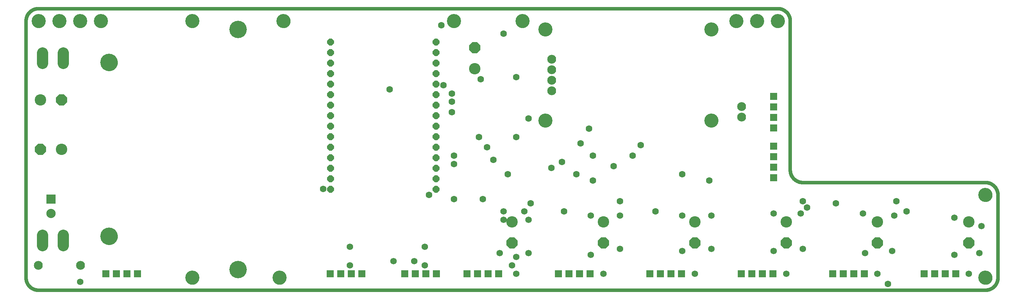
<source format=gbs>
G75*
%MOIN*%
%OFA0B0*%
%FSLAX25Y25*%
%IPPOS*%
%LPD*%
%AMOC8*
5,1,8,0,0,1.08239X$1,22.5*
%
%ADD10C,0.03200*%
%ADD11C,0.00000*%
%ADD12C,0.13398*%
%ADD13OC8,0.06400*%
%ADD14C,0.10800*%
%ADD15OC8,0.10800*%
%ADD16R,0.06800X0.06800*%
%ADD17C,0.16548*%
%ADD18C,0.10800*%
%ADD19C,0.08400*%
%ADD20R,0.08800X0.08800*%
%ADD21C,0.08800*%
%ADD22C,0.06300*%
%ADD23C,0.06162*%
D10*
X0048028Y0032555D02*
X0945666Y0032555D01*
X0945951Y0032558D01*
X0946237Y0032569D01*
X0946522Y0032586D01*
X0946806Y0032610D01*
X0947090Y0032641D01*
X0947373Y0032679D01*
X0947654Y0032724D01*
X0947935Y0032775D01*
X0948215Y0032833D01*
X0948493Y0032898D01*
X0948769Y0032970D01*
X0949043Y0033048D01*
X0949316Y0033133D01*
X0949586Y0033225D01*
X0949854Y0033323D01*
X0950120Y0033427D01*
X0950383Y0033538D01*
X0950643Y0033655D01*
X0950901Y0033778D01*
X0951155Y0033908D01*
X0951406Y0034044D01*
X0951654Y0034185D01*
X0951898Y0034333D01*
X0952139Y0034486D01*
X0952375Y0034646D01*
X0952608Y0034811D01*
X0952837Y0034981D01*
X0953062Y0035157D01*
X0953282Y0035339D01*
X0953498Y0035525D01*
X0953709Y0035717D01*
X0953916Y0035914D01*
X0954118Y0036116D01*
X0954315Y0036323D01*
X0954507Y0036534D01*
X0954693Y0036750D01*
X0954875Y0036970D01*
X0955051Y0037195D01*
X0955221Y0037424D01*
X0955386Y0037657D01*
X0955546Y0037893D01*
X0955699Y0038134D01*
X0955847Y0038378D01*
X0955988Y0038626D01*
X0956124Y0038877D01*
X0956254Y0039131D01*
X0956377Y0039389D01*
X0956494Y0039649D01*
X0956605Y0039912D01*
X0956709Y0040178D01*
X0956807Y0040446D01*
X0956899Y0040716D01*
X0956984Y0040989D01*
X0957062Y0041263D01*
X0957134Y0041539D01*
X0957199Y0041817D01*
X0957257Y0042097D01*
X0957308Y0042378D01*
X0957353Y0042659D01*
X0957391Y0042942D01*
X0957422Y0043226D01*
X0957446Y0043510D01*
X0957463Y0043795D01*
X0957474Y0044081D01*
X0957477Y0044366D01*
X0957477Y0123106D01*
X0957474Y0123391D01*
X0957463Y0123677D01*
X0957446Y0123962D01*
X0957422Y0124246D01*
X0957391Y0124530D01*
X0957353Y0124813D01*
X0957308Y0125094D01*
X0957257Y0125375D01*
X0957199Y0125655D01*
X0957134Y0125933D01*
X0957062Y0126209D01*
X0956984Y0126483D01*
X0956899Y0126756D01*
X0956807Y0127026D01*
X0956709Y0127294D01*
X0956605Y0127560D01*
X0956494Y0127823D01*
X0956377Y0128083D01*
X0956254Y0128341D01*
X0956124Y0128595D01*
X0955988Y0128846D01*
X0955847Y0129094D01*
X0955699Y0129338D01*
X0955546Y0129579D01*
X0955386Y0129815D01*
X0955221Y0130048D01*
X0955051Y0130277D01*
X0954875Y0130502D01*
X0954693Y0130722D01*
X0954507Y0130938D01*
X0954315Y0131149D01*
X0954118Y0131356D01*
X0953916Y0131558D01*
X0953709Y0131755D01*
X0953498Y0131947D01*
X0953282Y0132133D01*
X0953062Y0132315D01*
X0952837Y0132491D01*
X0952608Y0132661D01*
X0952375Y0132826D01*
X0952139Y0132986D01*
X0951898Y0133139D01*
X0951654Y0133287D01*
X0951406Y0133428D01*
X0951155Y0133564D01*
X0950901Y0133694D01*
X0950643Y0133817D01*
X0950383Y0133934D01*
X0950120Y0134045D01*
X0949854Y0134149D01*
X0949586Y0134247D01*
X0949316Y0134339D01*
X0949043Y0134424D01*
X0948769Y0134502D01*
X0948493Y0134574D01*
X0948215Y0134639D01*
X0947935Y0134697D01*
X0947654Y0134748D01*
X0947373Y0134793D01*
X0947090Y0134831D01*
X0946806Y0134862D01*
X0946522Y0134886D01*
X0946237Y0134903D01*
X0945951Y0134914D01*
X0945666Y0134917D01*
X0772438Y0134917D01*
X0772153Y0134920D01*
X0771867Y0134931D01*
X0771582Y0134948D01*
X0771298Y0134972D01*
X0771014Y0135003D01*
X0770731Y0135041D01*
X0770450Y0135086D01*
X0770169Y0135137D01*
X0769889Y0135195D01*
X0769611Y0135260D01*
X0769335Y0135332D01*
X0769061Y0135410D01*
X0768788Y0135495D01*
X0768518Y0135587D01*
X0768250Y0135685D01*
X0767984Y0135789D01*
X0767721Y0135900D01*
X0767461Y0136017D01*
X0767203Y0136140D01*
X0766949Y0136270D01*
X0766698Y0136406D01*
X0766450Y0136547D01*
X0766206Y0136695D01*
X0765965Y0136848D01*
X0765729Y0137008D01*
X0765496Y0137173D01*
X0765267Y0137343D01*
X0765042Y0137519D01*
X0764822Y0137701D01*
X0764606Y0137887D01*
X0764395Y0138079D01*
X0764188Y0138276D01*
X0763986Y0138478D01*
X0763789Y0138685D01*
X0763597Y0138896D01*
X0763411Y0139112D01*
X0763229Y0139332D01*
X0763053Y0139557D01*
X0762883Y0139786D01*
X0762718Y0140019D01*
X0762558Y0140255D01*
X0762405Y0140496D01*
X0762257Y0140740D01*
X0762116Y0140988D01*
X0761980Y0141239D01*
X0761850Y0141493D01*
X0761727Y0141751D01*
X0761610Y0142011D01*
X0761499Y0142274D01*
X0761395Y0142540D01*
X0761297Y0142808D01*
X0761205Y0143078D01*
X0761120Y0143351D01*
X0761042Y0143625D01*
X0760970Y0143901D01*
X0760905Y0144179D01*
X0760847Y0144459D01*
X0760796Y0144740D01*
X0760751Y0145021D01*
X0760713Y0145304D01*
X0760682Y0145588D01*
X0760658Y0145872D01*
X0760641Y0146157D01*
X0760630Y0146443D01*
X0760627Y0146728D01*
X0760627Y0288461D01*
X0760624Y0288746D01*
X0760613Y0289032D01*
X0760596Y0289317D01*
X0760572Y0289601D01*
X0760541Y0289885D01*
X0760503Y0290168D01*
X0760458Y0290449D01*
X0760407Y0290730D01*
X0760349Y0291010D01*
X0760284Y0291288D01*
X0760212Y0291564D01*
X0760134Y0291838D01*
X0760049Y0292111D01*
X0759957Y0292381D01*
X0759859Y0292649D01*
X0759755Y0292915D01*
X0759644Y0293178D01*
X0759527Y0293438D01*
X0759404Y0293696D01*
X0759274Y0293950D01*
X0759138Y0294201D01*
X0758997Y0294449D01*
X0758849Y0294693D01*
X0758696Y0294934D01*
X0758536Y0295170D01*
X0758371Y0295403D01*
X0758201Y0295632D01*
X0758025Y0295857D01*
X0757843Y0296077D01*
X0757657Y0296293D01*
X0757465Y0296504D01*
X0757268Y0296711D01*
X0757066Y0296913D01*
X0756859Y0297110D01*
X0756648Y0297302D01*
X0756432Y0297488D01*
X0756212Y0297670D01*
X0755987Y0297846D01*
X0755758Y0298016D01*
X0755525Y0298181D01*
X0755289Y0298341D01*
X0755048Y0298494D01*
X0754804Y0298642D01*
X0754556Y0298783D01*
X0754305Y0298919D01*
X0754051Y0299049D01*
X0753793Y0299172D01*
X0753533Y0299289D01*
X0753270Y0299400D01*
X0753004Y0299504D01*
X0752736Y0299602D01*
X0752466Y0299694D01*
X0752193Y0299779D01*
X0751919Y0299857D01*
X0751643Y0299929D01*
X0751365Y0299994D01*
X0751085Y0300052D01*
X0750804Y0300103D01*
X0750523Y0300148D01*
X0750240Y0300186D01*
X0749956Y0300217D01*
X0749672Y0300241D01*
X0749387Y0300258D01*
X0749101Y0300269D01*
X0748816Y0300272D01*
X0048028Y0300272D01*
X0047743Y0300269D01*
X0047457Y0300258D01*
X0047172Y0300241D01*
X0046888Y0300217D01*
X0046604Y0300186D01*
X0046321Y0300148D01*
X0046040Y0300103D01*
X0045759Y0300052D01*
X0045479Y0299994D01*
X0045201Y0299929D01*
X0044925Y0299857D01*
X0044651Y0299779D01*
X0044378Y0299694D01*
X0044108Y0299602D01*
X0043840Y0299504D01*
X0043574Y0299400D01*
X0043311Y0299289D01*
X0043051Y0299172D01*
X0042793Y0299049D01*
X0042539Y0298919D01*
X0042288Y0298783D01*
X0042040Y0298642D01*
X0041796Y0298494D01*
X0041555Y0298341D01*
X0041319Y0298181D01*
X0041086Y0298016D01*
X0040857Y0297846D01*
X0040632Y0297670D01*
X0040412Y0297488D01*
X0040196Y0297302D01*
X0039985Y0297110D01*
X0039778Y0296913D01*
X0039576Y0296711D01*
X0039379Y0296504D01*
X0039187Y0296293D01*
X0039001Y0296077D01*
X0038819Y0295857D01*
X0038643Y0295632D01*
X0038473Y0295403D01*
X0038308Y0295170D01*
X0038148Y0294934D01*
X0037995Y0294693D01*
X0037847Y0294449D01*
X0037706Y0294201D01*
X0037570Y0293950D01*
X0037440Y0293696D01*
X0037317Y0293438D01*
X0037200Y0293178D01*
X0037089Y0292915D01*
X0036985Y0292649D01*
X0036887Y0292381D01*
X0036795Y0292111D01*
X0036710Y0291838D01*
X0036632Y0291564D01*
X0036560Y0291288D01*
X0036495Y0291010D01*
X0036437Y0290730D01*
X0036386Y0290449D01*
X0036341Y0290168D01*
X0036303Y0289885D01*
X0036272Y0289601D01*
X0036248Y0289317D01*
X0036231Y0289032D01*
X0036220Y0288746D01*
X0036217Y0288461D01*
X0036217Y0044366D01*
X0036220Y0044081D01*
X0036231Y0043795D01*
X0036248Y0043510D01*
X0036272Y0043226D01*
X0036303Y0042942D01*
X0036341Y0042659D01*
X0036386Y0042378D01*
X0036437Y0042097D01*
X0036495Y0041817D01*
X0036560Y0041539D01*
X0036632Y0041263D01*
X0036710Y0040989D01*
X0036795Y0040716D01*
X0036887Y0040446D01*
X0036985Y0040178D01*
X0037089Y0039912D01*
X0037200Y0039649D01*
X0037317Y0039389D01*
X0037440Y0039131D01*
X0037570Y0038877D01*
X0037706Y0038626D01*
X0037847Y0038378D01*
X0037995Y0038134D01*
X0038148Y0037893D01*
X0038308Y0037657D01*
X0038473Y0037424D01*
X0038643Y0037195D01*
X0038819Y0036970D01*
X0039001Y0036750D01*
X0039187Y0036534D01*
X0039379Y0036323D01*
X0039576Y0036116D01*
X0039778Y0035914D01*
X0039985Y0035717D01*
X0040196Y0035525D01*
X0040412Y0035339D01*
X0040632Y0035157D01*
X0040857Y0034981D01*
X0041086Y0034811D01*
X0041319Y0034646D01*
X0041555Y0034486D01*
X0041796Y0034333D01*
X0042040Y0034185D01*
X0042288Y0034044D01*
X0042539Y0033908D01*
X0042793Y0033778D01*
X0043051Y0033655D01*
X0043311Y0033538D01*
X0043574Y0033427D01*
X0043840Y0033323D01*
X0044108Y0033225D01*
X0044378Y0033133D01*
X0044651Y0033048D01*
X0044925Y0032970D01*
X0045201Y0032898D01*
X0045479Y0032833D01*
X0045759Y0032775D01*
X0046040Y0032724D01*
X0046321Y0032679D01*
X0046604Y0032641D01*
X0046888Y0032610D01*
X0047172Y0032586D01*
X0047457Y0032569D01*
X0047743Y0032558D01*
X0048028Y0032555D01*
D11*
X0107083Y0083736D02*
X0107085Y0083929D01*
X0107092Y0084122D01*
X0107104Y0084315D01*
X0107121Y0084508D01*
X0107142Y0084700D01*
X0107168Y0084891D01*
X0107199Y0085082D01*
X0107234Y0085272D01*
X0107274Y0085461D01*
X0107319Y0085649D01*
X0107368Y0085836D01*
X0107422Y0086022D01*
X0107480Y0086206D01*
X0107543Y0086389D01*
X0107611Y0086570D01*
X0107682Y0086749D01*
X0107759Y0086927D01*
X0107839Y0087103D01*
X0107924Y0087276D01*
X0108013Y0087448D01*
X0108106Y0087617D01*
X0108203Y0087784D01*
X0108305Y0087949D01*
X0108410Y0088111D01*
X0108519Y0088270D01*
X0108633Y0088427D01*
X0108750Y0088580D01*
X0108870Y0088731D01*
X0108995Y0088879D01*
X0109123Y0089024D01*
X0109254Y0089165D01*
X0109389Y0089304D01*
X0109528Y0089439D01*
X0109669Y0089570D01*
X0109814Y0089698D01*
X0109962Y0089823D01*
X0110113Y0089943D01*
X0110266Y0090060D01*
X0110423Y0090174D01*
X0110582Y0090283D01*
X0110744Y0090388D01*
X0110909Y0090490D01*
X0111076Y0090587D01*
X0111245Y0090680D01*
X0111417Y0090769D01*
X0111590Y0090854D01*
X0111766Y0090934D01*
X0111944Y0091011D01*
X0112123Y0091082D01*
X0112304Y0091150D01*
X0112487Y0091213D01*
X0112671Y0091271D01*
X0112857Y0091325D01*
X0113044Y0091374D01*
X0113232Y0091419D01*
X0113421Y0091459D01*
X0113611Y0091494D01*
X0113802Y0091525D01*
X0113993Y0091551D01*
X0114185Y0091572D01*
X0114378Y0091589D01*
X0114571Y0091601D01*
X0114764Y0091608D01*
X0114957Y0091610D01*
X0115150Y0091608D01*
X0115343Y0091601D01*
X0115536Y0091589D01*
X0115729Y0091572D01*
X0115921Y0091551D01*
X0116112Y0091525D01*
X0116303Y0091494D01*
X0116493Y0091459D01*
X0116682Y0091419D01*
X0116870Y0091374D01*
X0117057Y0091325D01*
X0117243Y0091271D01*
X0117427Y0091213D01*
X0117610Y0091150D01*
X0117791Y0091082D01*
X0117970Y0091011D01*
X0118148Y0090934D01*
X0118324Y0090854D01*
X0118497Y0090769D01*
X0118669Y0090680D01*
X0118838Y0090587D01*
X0119005Y0090490D01*
X0119170Y0090388D01*
X0119332Y0090283D01*
X0119491Y0090174D01*
X0119648Y0090060D01*
X0119801Y0089943D01*
X0119952Y0089823D01*
X0120100Y0089698D01*
X0120245Y0089570D01*
X0120386Y0089439D01*
X0120525Y0089304D01*
X0120660Y0089165D01*
X0120791Y0089024D01*
X0120919Y0088879D01*
X0121044Y0088731D01*
X0121164Y0088580D01*
X0121281Y0088427D01*
X0121395Y0088270D01*
X0121504Y0088111D01*
X0121609Y0087949D01*
X0121711Y0087784D01*
X0121808Y0087617D01*
X0121901Y0087448D01*
X0121990Y0087276D01*
X0122075Y0087103D01*
X0122155Y0086927D01*
X0122232Y0086749D01*
X0122303Y0086570D01*
X0122371Y0086389D01*
X0122434Y0086206D01*
X0122492Y0086022D01*
X0122546Y0085836D01*
X0122595Y0085649D01*
X0122640Y0085461D01*
X0122680Y0085272D01*
X0122715Y0085082D01*
X0122746Y0084891D01*
X0122772Y0084700D01*
X0122793Y0084508D01*
X0122810Y0084315D01*
X0122822Y0084122D01*
X0122829Y0083929D01*
X0122831Y0083736D01*
X0122829Y0083543D01*
X0122822Y0083350D01*
X0122810Y0083157D01*
X0122793Y0082964D01*
X0122772Y0082772D01*
X0122746Y0082581D01*
X0122715Y0082390D01*
X0122680Y0082200D01*
X0122640Y0082011D01*
X0122595Y0081823D01*
X0122546Y0081636D01*
X0122492Y0081450D01*
X0122434Y0081266D01*
X0122371Y0081083D01*
X0122303Y0080902D01*
X0122232Y0080723D01*
X0122155Y0080545D01*
X0122075Y0080369D01*
X0121990Y0080196D01*
X0121901Y0080024D01*
X0121808Y0079855D01*
X0121711Y0079688D01*
X0121609Y0079523D01*
X0121504Y0079361D01*
X0121395Y0079202D01*
X0121281Y0079045D01*
X0121164Y0078892D01*
X0121044Y0078741D01*
X0120919Y0078593D01*
X0120791Y0078448D01*
X0120660Y0078307D01*
X0120525Y0078168D01*
X0120386Y0078033D01*
X0120245Y0077902D01*
X0120100Y0077774D01*
X0119952Y0077649D01*
X0119801Y0077529D01*
X0119648Y0077412D01*
X0119491Y0077298D01*
X0119332Y0077189D01*
X0119170Y0077084D01*
X0119005Y0076982D01*
X0118838Y0076885D01*
X0118669Y0076792D01*
X0118497Y0076703D01*
X0118324Y0076618D01*
X0118148Y0076538D01*
X0117970Y0076461D01*
X0117791Y0076390D01*
X0117610Y0076322D01*
X0117427Y0076259D01*
X0117243Y0076201D01*
X0117057Y0076147D01*
X0116870Y0076098D01*
X0116682Y0076053D01*
X0116493Y0076013D01*
X0116303Y0075978D01*
X0116112Y0075947D01*
X0115921Y0075921D01*
X0115729Y0075900D01*
X0115536Y0075883D01*
X0115343Y0075871D01*
X0115150Y0075864D01*
X0114957Y0075862D01*
X0114764Y0075864D01*
X0114571Y0075871D01*
X0114378Y0075883D01*
X0114185Y0075900D01*
X0113993Y0075921D01*
X0113802Y0075947D01*
X0113611Y0075978D01*
X0113421Y0076013D01*
X0113232Y0076053D01*
X0113044Y0076098D01*
X0112857Y0076147D01*
X0112671Y0076201D01*
X0112487Y0076259D01*
X0112304Y0076322D01*
X0112123Y0076390D01*
X0111944Y0076461D01*
X0111766Y0076538D01*
X0111590Y0076618D01*
X0111417Y0076703D01*
X0111245Y0076792D01*
X0111076Y0076885D01*
X0110909Y0076982D01*
X0110744Y0077084D01*
X0110582Y0077189D01*
X0110423Y0077298D01*
X0110266Y0077412D01*
X0110113Y0077529D01*
X0109962Y0077649D01*
X0109814Y0077774D01*
X0109669Y0077902D01*
X0109528Y0078033D01*
X0109389Y0078168D01*
X0109254Y0078307D01*
X0109123Y0078448D01*
X0108995Y0078593D01*
X0108870Y0078741D01*
X0108750Y0078892D01*
X0108633Y0079045D01*
X0108519Y0079202D01*
X0108410Y0079361D01*
X0108305Y0079523D01*
X0108203Y0079688D01*
X0108106Y0079855D01*
X0108013Y0080024D01*
X0107924Y0080196D01*
X0107839Y0080369D01*
X0107759Y0080545D01*
X0107682Y0080723D01*
X0107611Y0080902D01*
X0107543Y0081083D01*
X0107480Y0081266D01*
X0107422Y0081450D01*
X0107368Y0081636D01*
X0107319Y0081823D01*
X0107274Y0082011D01*
X0107234Y0082200D01*
X0107199Y0082390D01*
X0107168Y0082581D01*
X0107142Y0082772D01*
X0107121Y0082964D01*
X0107104Y0083157D01*
X0107092Y0083350D01*
X0107085Y0083543D01*
X0107083Y0083736D01*
X0187399Y0044366D02*
X0187401Y0044524D01*
X0187407Y0044682D01*
X0187417Y0044840D01*
X0187431Y0044998D01*
X0187449Y0045155D01*
X0187470Y0045312D01*
X0187496Y0045468D01*
X0187526Y0045624D01*
X0187559Y0045779D01*
X0187597Y0045932D01*
X0187638Y0046085D01*
X0187683Y0046237D01*
X0187732Y0046388D01*
X0187785Y0046537D01*
X0187841Y0046685D01*
X0187901Y0046831D01*
X0187965Y0046976D01*
X0188033Y0047119D01*
X0188104Y0047261D01*
X0188178Y0047401D01*
X0188256Y0047538D01*
X0188338Y0047674D01*
X0188422Y0047808D01*
X0188511Y0047939D01*
X0188602Y0048068D01*
X0188697Y0048195D01*
X0188794Y0048320D01*
X0188895Y0048442D01*
X0188999Y0048561D01*
X0189106Y0048678D01*
X0189216Y0048792D01*
X0189329Y0048903D01*
X0189444Y0049012D01*
X0189562Y0049117D01*
X0189683Y0049219D01*
X0189806Y0049319D01*
X0189932Y0049415D01*
X0190060Y0049508D01*
X0190190Y0049598D01*
X0190323Y0049684D01*
X0190458Y0049768D01*
X0190594Y0049847D01*
X0190733Y0049924D01*
X0190874Y0049996D01*
X0191016Y0050066D01*
X0191160Y0050131D01*
X0191306Y0050193D01*
X0191453Y0050251D01*
X0191602Y0050306D01*
X0191752Y0050357D01*
X0191903Y0050404D01*
X0192055Y0050447D01*
X0192208Y0050486D01*
X0192363Y0050522D01*
X0192518Y0050553D01*
X0192674Y0050581D01*
X0192830Y0050605D01*
X0192987Y0050625D01*
X0193145Y0050641D01*
X0193302Y0050653D01*
X0193461Y0050661D01*
X0193619Y0050665D01*
X0193777Y0050665D01*
X0193935Y0050661D01*
X0194094Y0050653D01*
X0194251Y0050641D01*
X0194409Y0050625D01*
X0194566Y0050605D01*
X0194722Y0050581D01*
X0194878Y0050553D01*
X0195033Y0050522D01*
X0195188Y0050486D01*
X0195341Y0050447D01*
X0195493Y0050404D01*
X0195644Y0050357D01*
X0195794Y0050306D01*
X0195943Y0050251D01*
X0196090Y0050193D01*
X0196236Y0050131D01*
X0196380Y0050066D01*
X0196522Y0049996D01*
X0196663Y0049924D01*
X0196802Y0049847D01*
X0196938Y0049768D01*
X0197073Y0049684D01*
X0197206Y0049598D01*
X0197336Y0049508D01*
X0197464Y0049415D01*
X0197590Y0049319D01*
X0197713Y0049219D01*
X0197834Y0049117D01*
X0197952Y0049012D01*
X0198067Y0048903D01*
X0198180Y0048792D01*
X0198290Y0048678D01*
X0198397Y0048561D01*
X0198501Y0048442D01*
X0198602Y0048320D01*
X0198699Y0048195D01*
X0198794Y0048068D01*
X0198885Y0047939D01*
X0198974Y0047808D01*
X0199058Y0047674D01*
X0199140Y0047538D01*
X0199218Y0047401D01*
X0199292Y0047261D01*
X0199363Y0047119D01*
X0199431Y0046976D01*
X0199495Y0046831D01*
X0199555Y0046685D01*
X0199611Y0046537D01*
X0199664Y0046388D01*
X0199713Y0046237D01*
X0199758Y0046085D01*
X0199799Y0045932D01*
X0199837Y0045779D01*
X0199870Y0045624D01*
X0199900Y0045468D01*
X0199926Y0045312D01*
X0199947Y0045155D01*
X0199965Y0044998D01*
X0199979Y0044840D01*
X0199989Y0044682D01*
X0199995Y0044524D01*
X0199997Y0044366D01*
X0199995Y0044208D01*
X0199989Y0044050D01*
X0199979Y0043892D01*
X0199965Y0043734D01*
X0199947Y0043577D01*
X0199926Y0043420D01*
X0199900Y0043264D01*
X0199870Y0043108D01*
X0199837Y0042953D01*
X0199799Y0042800D01*
X0199758Y0042647D01*
X0199713Y0042495D01*
X0199664Y0042344D01*
X0199611Y0042195D01*
X0199555Y0042047D01*
X0199495Y0041901D01*
X0199431Y0041756D01*
X0199363Y0041613D01*
X0199292Y0041471D01*
X0199218Y0041331D01*
X0199140Y0041194D01*
X0199058Y0041058D01*
X0198974Y0040924D01*
X0198885Y0040793D01*
X0198794Y0040664D01*
X0198699Y0040537D01*
X0198602Y0040412D01*
X0198501Y0040290D01*
X0198397Y0040171D01*
X0198290Y0040054D01*
X0198180Y0039940D01*
X0198067Y0039829D01*
X0197952Y0039720D01*
X0197834Y0039615D01*
X0197713Y0039513D01*
X0197590Y0039413D01*
X0197464Y0039317D01*
X0197336Y0039224D01*
X0197206Y0039134D01*
X0197073Y0039048D01*
X0196938Y0038964D01*
X0196802Y0038885D01*
X0196663Y0038808D01*
X0196522Y0038736D01*
X0196380Y0038666D01*
X0196236Y0038601D01*
X0196090Y0038539D01*
X0195943Y0038481D01*
X0195794Y0038426D01*
X0195644Y0038375D01*
X0195493Y0038328D01*
X0195341Y0038285D01*
X0195188Y0038246D01*
X0195033Y0038210D01*
X0194878Y0038179D01*
X0194722Y0038151D01*
X0194566Y0038127D01*
X0194409Y0038107D01*
X0194251Y0038091D01*
X0194094Y0038079D01*
X0193935Y0038071D01*
X0193777Y0038067D01*
X0193619Y0038067D01*
X0193461Y0038071D01*
X0193302Y0038079D01*
X0193145Y0038091D01*
X0192987Y0038107D01*
X0192830Y0038127D01*
X0192674Y0038151D01*
X0192518Y0038179D01*
X0192363Y0038210D01*
X0192208Y0038246D01*
X0192055Y0038285D01*
X0191903Y0038328D01*
X0191752Y0038375D01*
X0191602Y0038426D01*
X0191453Y0038481D01*
X0191306Y0038539D01*
X0191160Y0038601D01*
X0191016Y0038666D01*
X0190874Y0038736D01*
X0190733Y0038808D01*
X0190594Y0038885D01*
X0190458Y0038964D01*
X0190323Y0039048D01*
X0190190Y0039134D01*
X0190060Y0039224D01*
X0189932Y0039317D01*
X0189806Y0039413D01*
X0189683Y0039513D01*
X0189562Y0039615D01*
X0189444Y0039720D01*
X0189329Y0039829D01*
X0189216Y0039940D01*
X0189106Y0040054D01*
X0188999Y0040171D01*
X0188895Y0040290D01*
X0188794Y0040412D01*
X0188697Y0040537D01*
X0188602Y0040664D01*
X0188511Y0040793D01*
X0188422Y0040924D01*
X0188338Y0041058D01*
X0188256Y0041194D01*
X0188178Y0041331D01*
X0188104Y0041471D01*
X0188033Y0041613D01*
X0187965Y0041756D01*
X0187901Y0041901D01*
X0187841Y0042047D01*
X0187785Y0042195D01*
X0187732Y0042344D01*
X0187683Y0042495D01*
X0187638Y0042647D01*
X0187597Y0042800D01*
X0187559Y0042953D01*
X0187526Y0043108D01*
X0187496Y0043264D01*
X0187470Y0043420D01*
X0187449Y0043577D01*
X0187431Y0043734D01*
X0187417Y0043892D01*
X0187407Y0044050D01*
X0187401Y0044208D01*
X0187399Y0044366D01*
X0229131Y0052240D02*
X0229133Y0052433D01*
X0229140Y0052626D01*
X0229152Y0052819D01*
X0229169Y0053012D01*
X0229190Y0053204D01*
X0229216Y0053395D01*
X0229247Y0053586D01*
X0229282Y0053776D01*
X0229322Y0053965D01*
X0229367Y0054153D01*
X0229416Y0054340D01*
X0229470Y0054526D01*
X0229528Y0054710D01*
X0229591Y0054893D01*
X0229659Y0055074D01*
X0229730Y0055253D01*
X0229807Y0055431D01*
X0229887Y0055607D01*
X0229972Y0055780D01*
X0230061Y0055952D01*
X0230154Y0056121D01*
X0230251Y0056288D01*
X0230353Y0056453D01*
X0230458Y0056615D01*
X0230567Y0056774D01*
X0230681Y0056931D01*
X0230798Y0057084D01*
X0230918Y0057235D01*
X0231043Y0057383D01*
X0231171Y0057528D01*
X0231302Y0057669D01*
X0231437Y0057808D01*
X0231576Y0057943D01*
X0231717Y0058074D01*
X0231862Y0058202D01*
X0232010Y0058327D01*
X0232161Y0058447D01*
X0232314Y0058564D01*
X0232471Y0058678D01*
X0232630Y0058787D01*
X0232792Y0058892D01*
X0232957Y0058994D01*
X0233124Y0059091D01*
X0233293Y0059184D01*
X0233465Y0059273D01*
X0233638Y0059358D01*
X0233814Y0059438D01*
X0233992Y0059515D01*
X0234171Y0059586D01*
X0234352Y0059654D01*
X0234535Y0059717D01*
X0234719Y0059775D01*
X0234905Y0059829D01*
X0235092Y0059878D01*
X0235280Y0059923D01*
X0235469Y0059963D01*
X0235659Y0059998D01*
X0235850Y0060029D01*
X0236041Y0060055D01*
X0236233Y0060076D01*
X0236426Y0060093D01*
X0236619Y0060105D01*
X0236812Y0060112D01*
X0237005Y0060114D01*
X0237198Y0060112D01*
X0237391Y0060105D01*
X0237584Y0060093D01*
X0237777Y0060076D01*
X0237969Y0060055D01*
X0238160Y0060029D01*
X0238351Y0059998D01*
X0238541Y0059963D01*
X0238730Y0059923D01*
X0238918Y0059878D01*
X0239105Y0059829D01*
X0239291Y0059775D01*
X0239475Y0059717D01*
X0239658Y0059654D01*
X0239839Y0059586D01*
X0240018Y0059515D01*
X0240196Y0059438D01*
X0240372Y0059358D01*
X0240545Y0059273D01*
X0240717Y0059184D01*
X0240886Y0059091D01*
X0241053Y0058994D01*
X0241218Y0058892D01*
X0241380Y0058787D01*
X0241539Y0058678D01*
X0241696Y0058564D01*
X0241849Y0058447D01*
X0242000Y0058327D01*
X0242148Y0058202D01*
X0242293Y0058074D01*
X0242434Y0057943D01*
X0242573Y0057808D01*
X0242708Y0057669D01*
X0242839Y0057528D01*
X0242967Y0057383D01*
X0243092Y0057235D01*
X0243212Y0057084D01*
X0243329Y0056931D01*
X0243443Y0056774D01*
X0243552Y0056615D01*
X0243657Y0056453D01*
X0243759Y0056288D01*
X0243856Y0056121D01*
X0243949Y0055952D01*
X0244038Y0055780D01*
X0244123Y0055607D01*
X0244203Y0055431D01*
X0244280Y0055253D01*
X0244351Y0055074D01*
X0244419Y0054893D01*
X0244482Y0054710D01*
X0244540Y0054526D01*
X0244594Y0054340D01*
X0244643Y0054153D01*
X0244688Y0053965D01*
X0244728Y0053776D01*
X0244763Y0053586D01*
X0244794Y0053395D01*
X0244820Y0053204D01*
X0244841Y0053012D01*
X0244858Y0052819D01*
X0244870Y0052626D01*
X0244877Y0052433D01*
X0244879Y0052240D01*
X0244877Y0052047D01*
X0244870Y0051854D01*
X0244858Y0051661D01*
X0244841Y0051468D01*
X0244820Y0051276D01*
X0244794Y0051085D01*
X0244763Y0050894D01*
X0244728Y0050704D01*
X0244688Y0050515D01*
X0244643Y0050327D01*
X0244594Y0050140D01*
X0244540Y0049954D01*
X0244482Y0049770D01*
X0244419Y0049587D01*
X0244351Y0049406D01*
X0244280Y0049227D01*
X0244203Y0049049D01*
X0244123Y0048873D01*
X0244038Y0048700D01*
X0243949Y0048528D01*
X0243856Y0048359D01*
X0243759Y0048192D01*
X0243657Y0048027D01*
X0243552Y0047865D01*
X0243443Y0047706D01*
X0243329Y0047549D01*
X0243212Y0047396D01*
X0243092Y0047245D01*
X0242967Y0047097D01*
X0242839Y0046952D01*
X0242708Y0046811D01*
X0242573Y0046672D01*
X0242434Y0046537D01*
X0242293Y0046406D01*
X0242148Y0046278D01*
X0242000Y0046153D01*
X0241849Y0046033D01*
X0241696Y0045916D01*
X0241539Y0045802D01*
X0241380Y0045693D01*
X0241218Y0045588D01*
X0241053Y0045486D01*
X0240886Y0045389D01*
X0240717Y0045296D01*
X0240545Y0045207D01*
X0240372Y0045122D01*
X0240196Y0045042D01*
X0240018Y0044965D01*
X0239839Y0044894D01*
X0239658Y0044826D01*
X0239475Y0044763D01*
X0239291Y0044705D01*
X0239105Y0044651D01*
X0238918Y0044602D01*
X0238730Y0044557D01*
X0238541Y0044517D01*
X0238351Y0044482D01*
X0238160Y0044451D01*
X0237969Y0044425D01*
X0237777Y0044404D01*
X0237584Y0044387D01*
X0237391Y0044375D01*
X0237198Y0044368D01*
X0237005Y0044366D01*
X0236812Y0044368D01*
X0236619Y0044375D01*
X0236426Y0044387D01*
X0236233Y0044404D01*
X0236041Y0044425D01*
X0235850Y0044451D01*
X0235659Y0044482D01*
X0235469Y0044517D01*
X0235280Y0044557D01*
X0235092Y0044602D01*
X0234905Y0044651D01*
X0234719Y0044705D01*
X0234535Y0044763D01*
X0234352Y0044826D01*
X0234171Y0044894D01*
X0233992Y0044965D01*
X0233814Y0045042D01*
X0233638Y0045122D01*
X0233465Y0045207D01*
X0233293Y0045296D01*
X0233124Y0045389D01*
X0232957Y0045486D01*
X0232792Y0045588D01*
X0232630Y0045693D01*
X0232471Y0045802D01*
X0232314Y0045916D01*
X0232161Y0046033D01*
X0232010Y0046153D01*
X0231862Y0046278D01*
X0231717Y0046406D01*
X0231576Y0046537D01*
X0231437Y0046672D01*
X0231302Y0046811D01*
X0231171Y0046952D01*
X0231043Y0047097D01*
X0230918Y0047245D01*
X0230798Y0047396D01*
X0230681Y0047549D01*
X0230567Y0047706D01*
X0230458Y0047865D01*
X0230353Y0048027D01*
X0230251Y0048192D01*
X0230154Y0048359D01*
X0230061Y0048528D01*
X0229972Y0048700D01*
X0229887Y0048873D01*
X0229807Y0049049D01*
X0229730Y0049227D01*
X0229659Y0049406D01*
X0229591Y0049587D01*
X0229528Y0049770D01*
X0229470Y0049954D01*
X0229416Y0050140D01*
X0229367Y0050327D01*
X0229322Y0050515D01*
X0229282Y0050704D01*
X0229247Y0050894D01*
X0229216Y0051085D01*
X0229190Y0051276D01*
X0229169Y0051468D01*
X0229152Y0051661D01*
X0229140Y0051854D01*
X0229133Y0052047D01*
X0229131Y0052240D01*
X0270076Y0044366D02*
X0270078Y0044524D01*
X0270084Y0044682D01*
X0270094Y0044840D01*
X0270108Y0044998D01*
X0270126Y0045155D01*
X0270147Y0045312D01*
X0270173Y0045468D01*
X0270203Y0045624D01*
X0270236Y0045779D01*
X0270274Y0045932D01*
X0270315Y0046085D01*
X0270360Y0046237D01*
X0270409Y0046388D01*
X0270462Y0046537D01*
X0270518Y0046685D01*
X0270578Y0046831D01*
X0270642Y0046976D01*
X0270710Y0047119D01*
X0270781Y0047261D01*
X0270855Y0047401D01*
X0270933Y0047538D01*
X0271015Y0047674D01*
X0271099Y0047808D01*
X0271188Y0047939D01*
X0271279Y0048068D01*
X0271374Y0048195D01*
X0271471Y0048320D01*
X0271572Y0048442D01*
X0271676Y0048561D01*
X0271783Y0048678D01*
X0271893Y0048792D01*
X0272006Y0048903D01*
X0272121Y0049012D01*
X0272239Y0049117D01*
X0272360Y0049219D01*
X0272483Y0049319D01*
X0272609Y0049415D01*
X0272737Y0049508D01*
X0272867Y0049598D01*
X0273000Y0049684D01*
X0273135Y0049768D01*
X0273271Y0049847D01*
X0273410Y0049924D01*
X0273551Y0049996D01*
X0273693Y0050066D01*
X0273837Y0050131D01*
X0273983Y0050193D01*
X0274130Y0050251D01*
X0274279Y0050306D01*
X0274429Y0050357D01*
X0274580Y0050404D01*
X0274732Y0050447D01*
X0274885Y0050486D01*
X0275040Y0050522D01*
X0275195Y0050553D01*
X0275351Y0050581D01*
X0275507Y0050605D01*
X0275664Y0050625D01*
X0275822Y0050641D01*
X0275979Y0050653D01*
X0276138Y0050661D01*
X0276296Y0050665D01*
X0276454Y0050665D01*
X0276612Y0050661D01*
X0276771Y0050653D01*
X0276928Y0050641D01*
X0277086Y0050625D01*
X0277243Y0050605D01*
X0277399Y0050581D01*
X0277555Y0050553D01*
X0277710Y0050522D01*
X0277865Y0050486D01*
X0278018Y0050447D01*
X0278170Y0050404D01*
X0278321Y0050357D01*
X0278471Y0050306D01*
X0278620Y0050251D01*
X0278767Y0050193D01*
X0278913Y0050131D01*
X0279057Y0050066D01*
X0279199Y0049996D01*
X0279340Y0049924D01*
X0279479Y0049847D01*
X0279615Y0049768D01*
X0279750Y0049684D01*
X0279883Y0049598D01*
X0280013Y0049508D01*
X0280141Y0049415D01*
X0280267Y0049319D01*
X0280390Y0049219D01*
X0280511Y0049117D01*
X0280629Y0049012D01*
X0280744Y0048903D01*
X0280857Y0048792D01*
X0280967Y0048678D01*
X0281074Y0048561D01*
X0281178Y0048442D01*
X0281279Y0048320D01*
X0281376Y0048195D01*
X0281471Y0048068D01*
X0281562Y0047939D01*
X0281651Y0047808D01*
X0281735Y0047674D01*
X0281817Y0047538D01*
X0281895Y0047401D01*
X0281969Y0047261D01*
X0282040Y0047119D01*
X0282108Y0046976D01*
X0282172Y0046831D01*
X0282232Y0046685D01*
X0282288Y0046537D01*
X0282341Y0046388D01*
X0282390Y0046237D01*
X0282435Y0046085D01*
X0282476Y0045932D01*
X0282514Y0045779D01*
X0282547Y0045624D01*
X0282577Y0045468D01*
X0282603Y0045312D01*
X0282624Y0045155D01*
X0282642Y0044998D01*
X0282656Y0044840D01*
X0282666Y0044682D01*
X0282672Y0044524D01*
X0282674Y0044366D01*
X0282672Y0044208D01*
X0282666Y0044050D01*
X0282656Y0043892D01*
X0282642Y0043734D01*
X0282624Y0043577D01*
X0282603Y0043420D01*
X0282577Y0043264D01*
X0282547Y0043108D01*
X0282514Y0042953D01*
X0282476Y0042800D01*
X0282435Y0042647D01*
X0282390Y0042495D01*
X0282341Y0042344D01*
X0282288Y0042195D01*
X0282232Y0042047D01*
X0282172Y0041901D01*
X0282108Y0041756D01*
X0282040Y0041613D01*
X0281969Y0041471D01*
X0281895Y0041331D01*
X0281817Y0041194D01*
X0281735Y0041058D01*
X0281651Y0040924D01*
X0281562Y0040793D01*
X0281471Y0040664D01*
X0281376Y0040537D01*
X0281279Y0040412D01*
X0281178Y0040290D01*
X0281074Y0040171D01*
X0280967Y0040054D01*
X0280857Y0039940D01*
X0280744Y0039829D01*
X0280629Y0039720D01*
X0280511Y0039615D01*
X0280390Y0039513D01*
X0280267Y0039413D01*
X0280141Y0039317D01*
X0280013Y0039224D01*
X0279883Y0039134D01*
X0279750Y0039048D01*
X0279615Y0038964D01*
X0279479Y0038885D01*
X0279340Y0038808D01*
X0279199Y0038736D01*
X0279057Y0038666D01*
X0278913Y0038601D01*
X0278767Y0038539D01*
X0278620Y0038481D01*
X0278471Y0038426D01*
X0278321Y0038375D01*
X0278170Y0038328D01*
X0278018Y0038285D01*
X0277865Y0038246D01*
X0277710Y0038210D01*
X0277555Y0038179D01*
X0277399Y0038151D01*
X0277243Y0038127D01*
X0277086Y0038107D01*
X0276928Y0038091D01*
X0276771Y0038079D01*
X0276612Y0038071D01*
X0276454Y0038067D01*
X0276296Y0038067D01*
X0276138Y0038071D01*
X0275979Y0038079D01*
X0275822Y0038091D01*
X0275664Y0038107D01*
X0275507Y0038127D01*
X0275351Y0038151D01*
X0275195Y0038179D01*
X0275040Y0038210D01*
X0274885Y0038246D01*
X0274732Y0038285D01*
X0274580Y0038328D01*
X0274429Y0038375D01*
X0274279Y0038426D01*
X0274130Y0038481D01*
X0273983Y0038539D01*
X0273837Y0038601D01*
X0273693Y0038666D01*
X0273551Y0038736D01*
X0273410Y0038808D01*
X0273271Y0038885D01*
X0273135Y0038964D01*
X0273000Y0039048D01*
X0272867Y0039134D01*
X0272737Y0039224D01*
X0272609Y0039317D01*
X0272483Y0039413D01*
X0272360Y0039513D01*
X0272239Y0039615D01*
X0272121Y0039720D01*
X0272006Y0039829D01*
X0271893Y0039940D01*
X0271783Y0040054D01*
X0271676Y0040171D01*
X0271572Y0040290D01*
X0271471Y0040412D01*
X0271374Y0040537D01*
X0271279Y0040664D01*
X0271188Y0040793D01*
X0271099Y0040924D01*
X0271015Y0041058D01*
X0270933Y0041194D01*
X0270855Y0041331D01*
X0270781Y0041471D01*
X0270710Y0041613D01*
X0270642Y0041756D01*
X0270578Y0041901D01*
X0270518Y0042047D01*
X0270462Y0042195D01*
X0270409Y0042344D01*
X0270360Y0042495D01*
X0270315Y0042647D01*
X0270274Y0042800D01*
X0270236Y0042953D01*
X0270203Y0043108D01*
X0270173Y0043264D01*
X0270147Y0043420D01*
X0270126Y0043577D01*
X0270108Y0043734D01*
X0270094Y0043892D01*
X0270084Y0044050D01*
X0270078Y0044208D01*
X0270076Y0044366D01*
X0522044Y0193972D02*
X0522046Y0194130D01*
X0522052Y0194288D01*
X0522062Y0194446D01*
X0522076Y0194604D01*
X0522094Y0194761D01*
X0522115Y0194918D01*
X0522141Y0195074D01*
X0522171Y0195230D01*
X0522204Y0195385D01*
X0522242Y0195538D01*
X0522283Y0195691D01*
X0522328Y0195843D01*
X0522377Y0195994D01*
X0522430Y0196143D01*
X0522486Y0196291D01*
X0522546Y0196437D01*
X0522610Y0196582D01*
X0522678Y0196725D01*
X0522749Y0196867D01*
X0522823Y0197007D01*
X0522901Y0197144D01*
X0522983Y0197280D01*
X0523067Y0197414D01*
X0523156Y0197545D01*
X0523247Y0197674D01*
X0523342Y0197801D01*
X0523439Y0197926D01*
X0523540Y0198048D01*
X0523644Y0198167D01*
X0523751Y0198284D01*
X0523861Y0198398D01*
X0523974Y0198509D01*
X0524089Y0198618D01*
X0524207Y0198723D01*
X0524328Y0198825D01*
X0524451Y0198925D01*
X0524577Y0199021D01*
X0524705Y0199114D01*
X0524835Y0199204D01*
X0524968Y0199290D01*
X0525103Y0199374D01*
X0525239Y0199453D01*
X0525378Y0199530D01*
X0525519Y0199602D01*
X0525661Y0199672D01*
X0525805Y0199737D01*
X0525951Y0199799D01*
X0526098Y0199857D01*
X0526247Y0199912D01*
X0526397Y0199963D01*
X0526548Y0200010D01*
X0526700Y0200053D01*
X0526853Y0200092D01*
X0527008Y0200128D01*
X0527163Y0200159D01*
X0527319Y0200187D01*
X0527475Y0200211D01*
X0527632Y0200231D01*
X0527790Y0200247D01*
X0527947Y0200259D01*
X0528106Y0200267D01*
X0528264Y0200271D01*
X0528422Y0200271D01*
X0528580Y0200267D01*
X0528739Y0200259D01*
X0528896Y0200247D01*
X0529054Y0200231D01*
X0529211Y0200211D01*
X0529367Y0200187D01*
X0529523Y0200159D01*
X0529678Y0200128D01*
X0529833Y0200092D01*
X0529986Y0200053D01*
X0530138Y0200010D01*
X0530289Y0199963D01*
X0530439Y0199912D01*
X0530588Y0199857D01*
X0530735Y0199799D01*
X0530881Y0199737D01*
X0531025Y0199672D01*
X0531167Y0199602D01*
X0531308Y0199530D01*
X0531447Y0199453D01*
X0531583Y0199374D01*
X0531718Y0199290D01*
X0531851Y0199204D01*
X0531981Y0199114D01*
X0532109Y0199021D01*
X0532235Y0198925D01*
X0532358Y0198825D01*
X0532479Y0198723D01*
X0532597Y0198618D01*
X0532712Y0198509D01*
X0532825Y0198398D01*
X0532935Y0198284D01*
X0533042Y0198167D01*
X0533146Y0198048D01*
X0533247Y0197926D01*
X0533344Y0197801D01*
X0533439Y0197674D01*
X0533530Y0197545D01*
X0533619Y0197414D01*
X0533703Y0197280D01*
X0533785Y0197144D01*
X0533863Y0197007D01*
X0533937Y0196867D01*
X0534008Y0196725D01*
X0534076Y0196582D01*
X0534140Y0196437D01*
X0534200Y0196291D01*
X0534256Y0196143D01*
X0534309Y0195994D01*
X0534358Y0195843D01*
X0534403Y0195691D01*
X0534444Y0195538D01*
X0534482Y0195385D01*
X0534515Y0195230D01*
X0534545Y0195074D01*
X0534571Y0194918D01*
X0534592Y0194761D01*
X0534610Y0194604D01*
X0534624Y0194446D01*
X0534634Y0194288D01*
X0534640Y0194130D01*
X0534642Y0193972D01*
X0534640Y0193814D01*
X0534634Y0193656D01*
X0534624Y0193498D01*
X0534610Y0193340D01*
X0534592Y0193183D01*
X0534571Y0193026D01*
X0534545Y0192870D01*
X0534515Y0192714D01*
X0534482Y0192559D01*
X0534444Y0192406D01*
X0534403Y0192253D01*
X0534358Y0192101D01*
X0534309Y0191950D01*
X0534256Y0191801D01*
X0534200Y0191653D01*
X0534140Y0191507D01*
X0534076Y0191362D01*
X0534008Y0191219D01*
X0533937Y0191077D01*
X0533863Y0190937D01*
X0533785Y0190800D01*
X0533703Y0190664D01*
X0533619Y0190530D01*
X0533530Y0190399D01*
X0533439Y0190270D01*
X0533344Y0190143D01*
X0533247Y0190018D01*
X0533146Y0189896D01*
X0533042Y0189777D01*
X0532935Y0189660D01*
X0532825Y0189546D01*
X0532712Y0189435D01*
X0532597Y0189326D01*
X0532479Y0189221D01*
X0532358Y0189119D01*
X0532235Y0189019D01*
X0532109Y0188923D01*
X0531981Y0188830D01*
X0531851Y0188740D01*
X0531718Y0188654D01*
X0531583Y0188570D01*
X0531447Y0188491D01*
X0531308Y0188414D01*
X0531167Y0188342D01*
X0531025Y0188272D01*
X0530881Y0188207D01*
X0530735Y0188145D01*
X0530588Y0188087D01*
X0530439Y0188032D01*
X0530289Y0187981D01*
X0530138Y0187934D01*
X0529986Y0187891D01*
X0529833Y0187852D01*
X0529678Y0187816D01*
X0529523Y0187785D01*
X0529367Y0187757D01*
X0529211Y0187733D01*
X0529054Y0187713D01*
X0528896Y0187697D01*
X0528739Y0187685D01*
X0528580Y0187677D01*
X0528422Y0187673D01*
X0528264Y0187673D01*
X0528106Y0187677D01*
X0527947Y0187685D01*
X0527790Y0187697D01*
X0527632Y0187713D01*
X0527475Y0187733D01*
X0527319Y0187757D01*
X0527163Y0187785D01*
X0527008Y0187816D01*
X0526853Y0187852D01*
X0526700Y0187891D01*
X0526548Y0187934D01*
X0526397Y0187981D01*
X0526247Y0188032D01*
X0526098Y0188087D01*
X0525951Y0188145D01*
X0525805Y0188207D01*
X0525661Y0188272D01*
X0525519Y0188342D01*
X0525378Y0188414D01*
X0525239Y0188491D01*
X0525103Y0188570D01*
X0524968Y0188654D01*
X0524835Y0188740D01*
X0524705Y0188830D01*
X0524577Y0188923D01*
X0524451Y0189019D01*
X0524328Y0189119D01*
X0524207Y0189221D01*
X0524089Y0189326D01*
X0523974Y0189435D01*
X0523861Y0189546D01*
X0523751Y0189660D01*
X0523644Y0189777D01*
X0523540Y0189896D01*
X0523439Y0190018D01*
X0523342Y0190143D01*
X0523247Y0190270D01*
X0523156Y0190399D01*
X0523067Y0190530D01*
X0522983Y0190664D01*
X0522901Y0190800D01*
X0522823Y0190937D01*
X0522749Y0191077D01*
X0522678Y0191219D01*
X0522610Y0191362D01*
X0522546Y0191507D01*
X0522486Y0191653D01*
X0522430Y0191801D01*
X0522377Y0191950D01*
X0522328Y0192101D01*
X0522283Y0192253D01*
X0522242Y0192406D01*
X0522204Y0192559D01*
X0522171Y0192714D01*
X0522141Y0192870D01*
X0522115Y0193026D01*
X0522094Y0193183D01*
X0522076Y0193340D01*
X0522062Y0193498D01*
X0522052Y0193656D01*
X0522046Y0193814D01*
X0522044Y0193972D01*
X0679524Y0193972D02*
X0679526Y0194130D01*
X0679532Y0194288D01*
X0679542Y0194446D01*
X0679556Y0194604D01*
X0679574Y0194761D01*
X0679595Y0194918D01*
X0679621Y0195074D01*
X0679651Y0195230D01*
X0679684Y0195385D01*
X0679722Y0195538D01*
X0679763Y0195691D01*
X0679808Y0195843D01*
X0679857Y0195994D01*
X0679910Y0196143D01*
X0679966Y0196291D01*
X0680026Y0196437D01*
X0680090Y0196582D01*
X0680158Y0196725D01*
X0680229Y0196867D01*
X0680303Y0197007D01*
X0680381Y0197144D01*
X0680463Y0197280D01*
X0680547Y0197414D01*
X0680636Y0197545D01*
X0680727Y0197674D01*
X0680822Y0197801D01*
X0680919Y0197926D01*
X0681020Y0198048D01*
X0681124Y0198167D01*
X0681231Y0198284D01*
X0681341Y0198398D01*
X0681454Y0198509D01*
X0681569Y0198618D01*
X0681687Y0198723D01*
X0681808Y0198825D01*
X0681931Y0198925D01*
X0682057Y0199021D01*
X0682185Y0199114D01*
X0682315Y0199204D01*
X0682448Y0199290D01*
X0682583Y0199374D01*
X0682719Y0199453D01*
X0682858Y0199530D01*
X0682999Y0199602D01*
X0683141Y0199672D01*
X0683285Y0199737D01*
X0683431Y0199799D01*
X0683578Y0199857D01*
X0683727Y0199912D01*
X0683877Y0199963D01*
X0684028Y0200010D01*
X0684180Y0200053D01*
X0684333Y0200092D01*
X0684488Y0200128D01*
X0684643Y0200159D01*
X0684799Y0200187D01*
X0684955Y0200211D01*
X0685112Y0200231D01*
X0685270Y0200247D01*
X0685427Y0200259D01*
X0685586Y0200267D01*
X0685744Y0200271D01*
X0685902Y0200271D01*
X0686060Y0200267D01*
X0686219Y0200259D01*
X0686376Y0200247D01*
X0686534Y0200231D01*
X0686691Y0200211D01*
X0686847Y0200187D01*
X0687003Y0200159D01*
X0687158Y0200128D01*
X0687313Y0200092D01*
X0687466Y0200053D01*
X0687618Y0200010D01*
X0687769Y0199963D01*
X0687919Y0199912D01*
X0688068Y0199857D01*
X0688215Y0199799D01*
X0688361Y0199737D01*
X0688505Y0199672D01*
X0688647Y0199602D01*
X0688788Y0199530D01*
X0688927Y0199453D01*
X0689063Y0199374D01*
X0689198Y0199290D01*
X0689331Y0199204D01*
X0689461Y0199114D01*
X0689589Y0199021D01*
X0689715Y0198925D01*
X0689838Y0198825D01*
X0689959Y0198723D01*
X0690077Y0198618D01*
X0690192Y0198509D01*
X0690305Y0198398D01*
X0690415Y0198284D01*
X0690522Y0198167D01*
X0690626Y0198048D01*
X0690727Y0197926D01*
X0690824Y0197801D01*
X0690919Y0197674D01*
X0691010Y0197545D01*
X0691099Y0197414D01*
X0691183Y0197280D01*
X0691265Y0197144D01*
X0691343Y0197007D01*
X0691417Y0196867D01*
X0691488Y0196725D01*
X0691556Y0196582D01*
X0691620Y0196437D01*
X0691680Y0196291D01*
X0691736Y0196143D01*
X0691789Y0195994D01*
X0691838Y0195843D01*
X0691883Y0195691D01*
X0691924Y0195538D01*
X0691962Y0195385D01*
X0691995Y0195230D01*
X0692025Y0195074D01*
X0692051Y0194918D01*
X0692072Y0194761D01*
X0692090Y0194604D01*
X0692104Y0194446D01*
X0692114Y0194288D01*
X0692120Y0194130D01*
X0692122Y0193972D01*
X0692120Y0193814D01*
X0692114Y0193656D01*
X0692104Y0193498D01*
X0692090Y0193340D01*
X0692072Y0193183D01*
X0692051Y0193026D01*
X0692025Y0192870D01*
X0691995Y0192714D01*
X0691962Y0192559D01*
X0691924Y0192406D01*
X0691883Y0192253D01*
X0691838Y0192101D01*
X0691789Y0191950D01*
X0691736Y0191801D01*
X0691680Y0191653D01*
X0691620Y0191507D01*
X0691556Y0191362D01*
X0691488Y0191219D01*
X0691417Y0191077D01*
X0691343Y0190937D01*
X0691265Y0190800D01*
X0691183Y0190664D01*
X0691099Y0190530D01*
X0691010Y0190399D01*
X0690919Y0190270D01*
X0690824Y0190143D01*
X0690727Y0190018D01*
X0690626Y0189896D01*
X0690522Y0189777D01*
X0690415Y0189660D01*
X0690305Y0189546D01*
X0690192Y0189435D01*
X0690077Y0189326D01*
X0689959Y0189221D01*
X0689838Y0189119D01*
X0689715Y0189019D01*
X0689589Y0188923D01*
X0689461Y0188830D01*
X0689331Y0188740D01*
X0689198Y0188654D01*
X0689063Y0188570D01*
X0688927Y0188491D01*
X0688788Y0188414D01*
X0688647Y0188342D01*
X0688505Y0188272D01*
X0688361Y0188207D01*
X0688215Y0188145D01*
X0688068Y0188087D01*
X0687919Y0188032D01*
X0687769Y0187981D01*
X0687618Y0187934D01*
X0687466Y0187891D01*
X0687313Y0187852D01*
X0687158Y0187816D01*
X0687003Y0187785D01*
X0686847Y0187757D01*
X0686691Y0187733D01*
X0686534Y0187713D01*
X0686376Y0187697D01*
X0686219Y0187685D01*
X0686060Y0187677D01*
X0685902Y0187673D01*
X0685744Y0187673D01*
X0685586Y0187677D01*
X0685427Y0187685D01*
X0685270Y0187697D01*
X0685112Y0187713D01*
X0684955Y0187733D01*
X0684799Y0187757D01*
X0684643Y0187785D01*
X0684488Y0187816D01*
X0684333Y0187852D01*
X0684180Y0187891D01*
X0684028Y0187934D01*
X0683877Y0187981D01*
X0683727Y0188032D01*
X0683578Y0188087D01*
X0683431Y0188145D01*
X0683285Y0188207D01*
X0683141Y0188272D01*
X0682999Y0188342D01*
X0682858Y0188414D01*
X0682719Y0188491D01*
X0682583Y0188570D01*
X0682448Y0188654D01*
X0682315Y0188740D01*
X0682185Y0188830D01*
X0682057Y0188923D01*
X0681931Y0189019D01*
X0681808Y0189119D01*
X0681687Y0189221D01*
X0681569Y0189326D01*
X0681454Y0189435D01*
X0681341Y0189546D01*
X0681231Y0189660D01*
X0681124Y0189777D01*
X0681020Y0189896D01*
X0680919Y0190018D01*
X0680822Y0190143D01*
X0680727Y0190270D01*
X0680636Y0190399D01*
X0680547Y0190530D01*
X0680463Y0190664D01*
X0680381Y0190800D01*
X0680303Y0190937D01*
X0680229Y0191077D01*
X0680158Y0191219D01*
X0680090Y0191362D01*
X0680026Y0191507D01*
X0679966Y0191653D01*
X0679910Y0191801D01*
X0679857Y0191950D01*
X0679808Y0192101D01*
X0679763Y0192253D01*
X0679722Y0192406D01*
X0679684Y0192559D01*
X0679651Y0192714D01*
X0679621Y0192870D01*
X0679595Y0193026D01*
X0679574Y0193183D01*
X0679556Y0193340D01*
X0679542Y0193498D01*
X0679532Y0193656D01*
X0679526Y0193814D01*
X0679524Y0193972D01*
X0679524Y0280587D02*
X0679526Y0280745D01*
X0679532Y0280903D01*
X0679542Y0281061D01*
X0679556Y0281219D01*
X0679574Y0281376D01*
X0679595Y0281533D01*
X0679621Y0281689D01*
X0679651Y0281845D01*
X0679684Y0282000D01*
X0679722Y0282153D01*
X0679763Y0282306D01*
X0679808Y0282458D01*
X0679857Y0282609D01*
X0679910Y0282758D01*
X0679966Y0282906D01*
X0680026Y0283052D01*
X0680090Y0283197D01*
X0680158Y0283340D01*
X0680229Y0283482D01*
X0680303Y0283622D01*
X0680381Y0283759D01*
X0680463Y0283895D01*
X0680547Y0284029D01*
X0680636Y0284160D01*
X0680727Y0284289D01*
X0680822Y0284416D01*
X0680919Y0284541D01*
X0681020Y0284663D01*
X0681124Y0284782D01*
X0681231Y0284899D01*
X0681341Y0285013D01*
X0681454Y0285124D01*
X0681569Y0285233D01*
X0681687Y0285338D01*
X0681808Y0285440D01*
X0681931Y0285540D01*
X0682057Y0285636D01*
X0682185Y0285729D01*
X0682315Y0285819D01*
X0682448Y0285905D01*
X0682583Y0285989D01*
X0682719Y0286068D01*
X0682858Y0286145D01*
X0682999Y0286217D01*
X0683141Y0286287D01*
X0683285Y0286352D01*
X0683431Y0286414D01*
X0683578Y0286472D01*
X0683727Y0286527D01*
X0683877Y0286578D01*
X0684028Y0286625D01*
X0684180Y0286668D01*
X0684333Y0286707D01*
X0684488Y0286743D01*
X0684643Y0286774D01*
X0684799Y0286802D01*
X0684955Y0286826D01*
X0685112Y0286846D01*
X0685270Y0286862D01*
X0685427Y0286874D01*
X0685586Y0286882D01*
X0685744Y0286886D01*
X0685902Y0286886D01*
X0686060Y0286882D01*
X0686219Y0286874D01*
X0686376Y0286862D01*
X0686534Y0286846D01*
X0686691Y0286826D01*
X0686847Y0286802D01*
X0687003Y0286774D01*
X0687158Y0286743D01*
X0687313Y0286707D01*
X0687466Y0286668D01*
X0687618Y0286625D01*
X0687769Y0286578D01*
X0687919Y0286527D01*
X0688068Y0286472D01*
X0688215Y0286414D01*
X0688361Y0286352D01*
X0688505Y0286287D01*
X0688647Y0286217D01*
X0688788Y0286145D01*
X0688927Y0286068D01*
X0689063Y0285989D01*
X0689198Y0285905D01*
X0689331Y0285819D01*
X0689461Y0285729D01*
X0689589Y0285636D01*
X0689715Y0285540D01*
X0689838Y0285440D01*
X0689959Y0285338D01*
X0690077Y0285233D01*
X0690192Y0285124D01*
X0690305Y0285013D01*
X0690415Y0284899D01*
X0690522Y0284782D01*
X0690626Y0284663D01*
X0690727Y0284541D01*
X0690824Y0284416D01*
X0690919Y0284289D01*
X0691010Y0284160D01*
X0691099Y0284029D01*
X0691183Y0283895D01*
X0691265Y0283759D01*
X0691343Y0283622D01*
X0691417Y0283482D01*
X0691488Y0283340D01*
X0691556Y0283197D01*
X0691620Y0283052D01*
X0691680Y0282906D01*
X0691736Y0282758D01*
X0691789Y0282609D01*
X0691838Y0282458D01*
X0691883Y0282306D01*
X0691924Y0282153D01*
X0691962Y0282000D01*
X0691995Y0281845D01*
X0692025Y0281689D01*
X0692051Y0281533D01*
X0692072Y0281376D01*
X0692090Y0281219D01*
X0692104Y0281061D01*
X0692114Y0280903D01*
X0692120Y0280745D01*
X0692122Y0280587D01*
X0692120Y0280429D01*
X0692114Y0280271D01*
X0692104Y0280113D01*
X0692090Y0279955D01*
X0692072Y0279798D01*
X0692051Y0279641D01*
X0692025Y0279485D01*
X0691995Y0279329D01*
X0691962Y0279174D01*
X0691924Y0279021D01*
X0691883Y0278868D01*
X0691838Y0278716D01*
X0691789Y0278565D01*
X0691736Y0278416D01*
X0691680Y0278268D01*
X0691620Y0278122D01*
X0691556Y0277977D01*
X0691488Y0277834D01*
X0691417Y0277692D01*
X0691343Y0277552D01*
X0691265Y0277415D01*
X0691183Y0277279D01*
X0691099Y0277145D01*
X0691010Y0277014D01*
X0690919Y0276885D01*
X0690824Y0276758D01*
X0690727Y0276633D01*
X0690626Y0276511D01*
X0690522Y0276392D01*
X0690415Y0276275D01*
X0690305Y0276161D01*
X0690192Y0276050D01*
X0690077Y0275941D01*
X0689959Y0275836D01*
X0689838Y0275734D01*
X0689715Y0275634D01*
X0689589Y0275538D01*
X0689461Y0275445D01*
X0689331Y0275355D01*
X0689198Y0275269D01*
X0689063Y0275185D01*
X0688927Y0275106D01*
X0688788Y0275029D01*
X0688647Y0274957D01*
X0688505Y0274887D01*
X0688361Y0274822D01*
X0688215Y0274760D01*
X0688068Y0274702D01*
X0687919Y0274647D01*
X0687769Y0274596D01*
X0687618Y0274549D01*
X0687466Y0274506D01*
X0687313Y0274467D01*
X0687158Y0274431D01*
X0687003Y0274400D01*
X0686847Y0274372D01*
X0686691Y0274348D01*
X0686534Y0274328D01*
X0686376Y0274312D01*
X0686219Y0274300D01*
X0686060Y0274292D01*
X0685902Y0274288D01*
X0685744Y0274288D01*
X0685586Y0274292D01*
X0685427Y0274300D01*
X0685270Y0274312D01*
X0685112Y0274328D01*
X0684955Y0274348D01*
X0684799Y0274372D01*
X0684643Y0274400D01*
X0684488Y0274431D01*
X0684333Y0274467D01*
X0684180Y0274506D01*
X0684028Y0274549D01*
X0683877Y0274596D01*
X0683727Y0274647D01*
X0683578Y0274702D01*
X0683431Y0274760D01*
X0683285Y0274822D01*
X0683141Y0274887D01*
X0682999Y0274957D01*
X0682858Y0275029D01*
X0682719Y0275106D01*
X0682583Y0275185D01*
X0682448Y0275269D01*
X0682315Y0275355D01*
X0682185Y0275445D01*
X0682057Y0275538D01*
X0681931Y0275634D01*
X0681808Y0275734D01*
X0681687Y0275836D01*
X0681569Y0275941D01*
X0681454Y0276050D01*
X0681341Y0276161D01*
X0681231Y0276275D01*
X0681124Y0276392D01*
X0681020Y0276511D01*
X0680919Y0276633D01*
X0680822Y0276758D01*
X0680727Y0276885D01*
X0680636Y0277014D01*
X0680547Y0277145D01*
X0680463Y0277279D01*
X0680381Y0277415D01*
X0680303Y0277552D01*
X0680229Y0277692D01*
X0680158Y0277834D01*
X0680090Y0277977D01*
X0680026Y0278122D01*
X0679966Y0278268D01*
X0679910Y0278416D01*
X0679857Y0278565D01*
X0679808Y0278716D01*
X0679763Y0278868D01*
X0679722Y0279021D01*
X0679684Y0279174D01*
X0679651Y0279329D01*
X0679621Y0279485D01*
X0679595Y0279641D01*
X0679574Y0279798D01*
X0679556Y0279955D01*
X0679542Y0280113D01*
X0679532Y0280271D01*
X0679526Y0280429D01*
X0679524Y0280587D01*
X0703147Y0288461D02*
X0703149Y0288619D01*
X0703155Y0288777D01*
X0703165Y0288935D01*
X0703179Y0289093D01*
X0703197Y0289250D01*
X0703218Y0289407D01*
X0703244Y0289563D01*
X0703274Y0289719D01*
X0703307Y0289874D01*
X0703345Y0290027D01*
X0703386Y0290180D01*
X0703431Y0290332D01*
X0703480Y0290483D01*
X0703533Y0290632D01*
X0703589Y0290780D01*
X0703649Y0290926D01*
X0703713Y0291071D01*
X0703781Y0291214D01*
X0703852Y0291356D01*
X0703926Y0291496D01*
X0704004Y0291633D01*
X0704086Y0291769D01*
X0704170Y0291903D01*
X0704259Y0292034D01*
X0704350Y0292163D01*
X0704445Y0292290D01*
X0704542Y0292415D01*
X0704643Y0292537D01*
X0704747Y0292656D01*
X0704854Y0292773D01*
X0704964Y0292887D01*
X0705077Y0292998D01*
X0705192Y0293107D01*
X0705310Y0293212D01*
X0705431Y0293314D01*
X0705554Y0293414D01*
X0705680Y0293510D01*
X0705808Y0293603D01*
X0705938Y0293693D01*
X0706071Y0293779D01*
X0706206Y0293863D01*
X0706342Y0293942D01*
X0706481Y0294019D01*
X0706622Y0294091D01*
X0706764Y0294161D01*
X0706908Y0294226D01*
X0707054Y0294288D01*
X0707201Y0294346D01*
X0707350Y0294401D01*
X0707500Y0294452D01*
X0707651Y0294499D01*
X0707803Y0294542D01*
X0707956Y0294581D01*
X0708111Y0294617D01*
X0708266Y0294648D01*
X0708422Y0294676D01*
X0708578Y0294700D01*
X0708735Y0294720D01*
X0708893Y0294736D01*
X0709050Y0294748D01*
X0709209Y0294756D01*
X0709367Y0294760D01*
X0709525Y0294760D01*
X0709683Y0294756D01*
X0709842Y0294748D01*
X0709999Y0294736D01*
X0710157Y0294720D01*
X0710314Y0294700D01*
X0710470Y0294676D01*
X0710626Y0294648D01*
X0710781Y0294617D01*
X0710936Y0294581D01*
X0711089Y0294542D01*
X0711241Y0294499D01*
X0711392Y0294452D01*
X0711542Y0294401D01*
X0711691Y0294346D01*
X0711838Y0294288D01*
X0711984Y0294226D01*
X0712128Y0294161D01*
X0712270Y0294091D01*
X0712411Y0294019D01*
X0712550Y0293942D01*
X0712686Y0293863D01*
X0712821Y0293779D01*
X0712954Y0293693D01*
X0713084Y0293603D01*
X0713212Y0293510D01*
X0713338Y0293414D01*
X0713461Y0293314D01*
X0713582Y0293212D01*
X0713700Y0293107D01*
X0713815Y0292998D01*
X0713928Y0292887D01*
X0714038Y0292773D01*
X0714145Y0292656D01*
X0714249Y0292537D01*
X0714350Y0292415D01*
X0714447Y0292290D01*
X0714542Y0292163D01*
X0714633Y0292034D01*
X0714722Y0291903D01*
X0714806Y0291769D01*
X0714888Y0291633D01*
X0714966Y0291496D01*
X0715040Y0291356D01*
X0715111Y0291214D01*
X0715179Y0291071D01*
X0715243Y0290926D01*
X0715303Y0290780D01*
X0715359Y0290632D01*
X0715412Y0290483D01*
X0715461Y0290332D01*
X0715506Y0290180D01*
X0715547Y0290027D01*
X0715585Y0289874D01*
X0715618Y0289719D01*
X0715648Y0289563D01*
X0715674Y0289407D01*
X0715695Y0289250D01*
X0715713Y0289093D01*
X0715727Y0288935D01*
X0715737Y0288777D01*
X0715743Y0288619D01*
X0715745Y0288461D01*
X0715743Y0288303D01*
X0715737Y0288145D01*
X0715727Y0287987D01*
X0715713Y0287829D01*
X0715695Y0287672D01*
X0715674Y0287515D01*
X0715648Y0287359D01*
X0715618Y0287203D01*
X0715585Y0287048D01*
X0715547Y0286895D01*
X0715506Y0286742D01*
X0715461Y0286590D01*
X0715412Y0286439D01*
X0715359Y0286290D01*
X0715303Y0286142D01*
X0715243Y0285996D01*
X0715179Y0285851D01*
X0715111Y0285708D01*
X0715040Y0285566D01*
X0714966Y0285426D01*
X0714888Y0285289D01*
X0714806Y0285153D01*
X0714722Y0285019D01*
X0714633Y0284888D01*
X0714542Y0284759D01*
X0714447Y0284632D01*
X0714350Y0284507D01*
X0714249Y0284385D01*
X0714145Y0284266D01*
X0714038Y0284149D01*
X0713928Y0284035D01*
X0713815Y0283924D01*
X0713700Y0283815D01*
X0713582Y0283710D01*
X0713461Y0283608D01*
X0713338Y0283508D01*
X0713212Y0283412D01*
X0713084Y0283319D01*
X0712954Y0283229D01*
X0712821Y0283143D01*
X0712686Y0283059D01*
X0712550Y0282980D01*
X0712411Y0282903D01*
X0712270Y0282831D01*
X0712128Y0282761D01*
X0711984Y0282696D01*
X0711838Y0282634D01*
X0711691Y0282576D01*
X0711542Y0282521D01*
X0711392Y0282470D01*
X0711241Y0282423D01*
X0711089Y0282380D01*
X0710936Y0282341D01*
X0710781Y0282305D01*
X0710626Y0282274D01*
X0710470Y0282246D01*
X0710314Y0282222D01*
X0710157Y0282202D01*
X0709999Y0282186D01*
X0709842Y0282174D01*
X0709683Y0282166D01*
X0709525Y0282162D01*
X0709367Y0282162D01*
X0709209Y0282166D01*
X0709050Y0282174D01*
X0708893Y0282186D01*
X0708735Y0282202D01*
X0708578Y0282222D01*
X0708422Y0282246D01*
X0708266Y0282274D01*
X0708111Y0282305D01*
X0707956Y0282341D01*
X0707803Y0282380D01*
X0707651Y0282423D01*
X0707500Y0282470D01*
X0707350Y0282521D01*
X0707201Y0282576D01*
X0707054Y0282634D01*
X0706908Y0282696D01*
X0706764Y0282761D01*
X0706622Y0282831D01*
X0706481Y0282903D01*
X0706342Y0282980D01*
X0706206Y0283059D01*
X0706071Y0283143D01*
X0705938Y0283229D01*
X0705808Y0283319D01*
X0705680Y0283412D01*
X0705554Y0283508D01*
X0705431Y0283608D01*
X0705310Y0283710D01*
X0705192Y0283815D01*
X0705077Y0283924D01*
X0704964Y0284035D01*
X0704854Y0284149D01*
X0704747Y0284266D01*
X0704643Y0284385D01*
X0704542Y0284507D01*
X0704445Y0284632D01*
X0704350Y0284759D01*
X0704259Y0284888D01*
X0704170Y0285019D01*
X0704086Y0285153D01*
X0704004Y0285289D01*
X0703926Y0285426D01*
X0703852Y0285566D01*
X0703781Y0285708D01*
X0703713Y0285851D01*
X0703649Y0285996D01*
X0703589Y0286142D01*
X0703533Y0286290D01*
X0703480Y0286439D01*
X0703431Y0286590D01*
X0703386Y0286742D01*
X0703345Y0286895D01*
X0703307Y0287048D01*
X0703274Y0287203D01*
X0703244Y0287359D01*
X0703218Y0287515D01*
X0703197Y0287672D01*
X0703179Y0287829D01*
X0703165Y0287987D01*
X0703155Y0288145D01*
X0703149Y0288303D01*
X0703147Y0288461D01*
X0722832Y0288461D02*
X0722834Y0288619D01*
X0722840Y0288777D01*
X0722850Y0288935D01*
X0722864Y0289093D01*
X0722882Y0289250D01*
X0722903Y0289407D01*
X0722929Y0289563D01*
X0722959Y0289719D01*
X0722992Y0289874D01*
X0723030Y0290027D01*
X0723071Y0290180D01*
X0723116Y0290332D01*
X0723165Y0290483D01*
X0723218Y0290632D01*
X0723274Y0290780D01*
X0723334Y0290926D01*
X0723398Y0291071D01*
X0723466Y0291214D01*
X0723537Y0291356D01*
X0723611Y0291496D01*
X0723689Y0291633D01*
X0723771Y0291769D01*
X0723855Y0291903D01*
X0723944Y0292034D01*
X0724035Y0292163D01*
X0724130Y0292290D01*
X0724227Y0292415D01*
X0724328Y0292537D01*
X0724432Y0292656D01*
X0724539Y0292773D01*
X0724649Y0292887D01*
X0724762Y0292998D01*
X0724877Y0293107D01*
X0724995Y0293212D01*
X0725116Y0293314D01*
X0725239Y0293414D01*
X0725365Y0293510D01*
X0725493Y0293603D01*
X0725623Y0293693D01*
X0725756Y0293779D01*
X0725891Y0293863D01*
X0726027Y0293942D01*
X0726166Y0294019D01*
X0726307Y0294091D01*
X0726449Y0294161D01*
X0726593Y0294226D01*
X0726739Y0294288D01*
X0726886Y0294346D01*
X0727035Y0294401D01*
X0727185Y0294452D01*
X0727336Y0294499D01*
X0727488Y0294542D01*
X0727641Y0294581D01*
X0727796Y0294617D01*
X0727951Y0294648D01*
X0728107Y0294676D01*
X0728263Y0294700D01*
X0728420Y0294720D01*
X0728578Y0294736D01*
X0728735Y0294748D01*
X0728894Y0294756D01*
X0729052Y0294760D01*
X0729210Y0294760D01*
X0729368Y0294756D01*
X0729527Y0294748D01*
X0729684Y0294736D01*
X0729842Y0294720D01*
X0729999Y0294700D01*
X0730155Y0294676D01*
X0730311Y0294648D01*
X0730466Y0294617D01*
X0730621Y0294581D01*
X0730774Y0294542D01*
X0730926Y0294499D01*
X0731077Y0294452D01*
X0731227Y0294401D01*
X0731376Y0294346D01*
X0731523Y0294288D01*
X0731669Y0294226D01*
X0731813Y0294161D01*
X0731955Y0294091D01*
X0732096Y0294019D01*
X0732235Y0293942D01*
X0732371Y0293863D01*
X0732506Y0293779D01*
X0732639Y0293693D01*
X0732769Y0293603D01*
X0732897Y0293510D01*
X0733023Y0293414D01*
X0733146Y0293314D01*
X0733267Y0293212D01*
X0733385Y0293107D01*
X0733500Y0292998D01*
X0733613Y0292887D01*
X0733723Y0292773D01*
X0733830Y0292656D01*
X0733934Y0292537D01*
X0734035Y0292415D01*
X0734132Y0292290D01*
X0734227Y0292163D01*
X0734318Y0292034D01*
X0734407Y0291903D01*
X0734491Y0291769D01*
X0734573Y0291633D01*
X0734651Y0291496D01*
X0734725Y0291356D01*
X0734796Y0291214D01*
X0734864Y0291071D01*
X0734928Y0290926D01*
X0734988Y0290780D01*
X0735044Y0290632D01*
X0735097Y0290483D01*
X0735146Y0290332D01*
X0735191Y0290180D01*
X0735232Y0290027D01*
X0735270Y0289874D01*
X0735303Y0289719D01*
X0735333Y0289563D01*
X0735359Y0289407D01*
X0735380Y0289250D01*
X0735398Y0289093D01*
X0735412Y0288935D01*
X0735422Y0288777D01*
X0735428Y0288619D01*
X0735430Y0288461D01*
X0735428Y0288303D01*
X0735422Y0288145D01*
X0735412Y0287987D01*
X0735398Y0287829D01*
X0735380Y0287672D01*
X0735359Y0287515D01*
X0735333Y0287359D01*
X0735303Y0287203D01*
X0735270Y0287048D01*
X0735232Y0286895D01*
X0735191Y0286742D01*
X0735146Y0286590D01*
X0735097Y0286439D01*
X0735044Y0286290D01*
X0734988Y0286142D01*
X0734928Y0285996D01*
X0734864Y0285851D01*
X0734796Y0285708D01*
X0734725Y0285566D01*
X0734651Y0285426D01*
X0734573Y0285289D01*
X0734491Y0285153D01*
X0734407Y0285019D01*
X0734318Y0284888D01*
X0734227Y0284759D01*
X0734132Y0284632D01*
X0734035Y0284507D01*
X0733934Y0284385D01*
X0733830Y0284266D01*
X0733723Y0284149D01*
X0733613Y0284035D01*
X0733500Y0283924D01*
X0733385Y0283815D01*
X0733267Y0283710D01*
X0733146Y0283608D01*
X0733023Y0283508D01*
X0732897Y0283412D01*
X0732769Y0283319D01*
X0732639Y0283229D01*
X0732506Y0283143D01*
X0732371Y0283059D01*
X0732235Y0282980D01*
X0732096Y0282903D01*
X0731955Y0282831D01*
X0731813Y0282761D01*
X0731669Y0282696D01*
X0731523Y0282634D01*
X0731376Y0282576D01*
X0731227Y0282521D01*
X0731077Y0282470D01*
X0730926Y0282423D01*
X0730774Y0282380D01*
X0730621Y0282341D01*
X0730466Y0282305D01*
X0730311Y0282274D01*
X0730155Y0282246D01*
X0729999Y0282222D01*
X0729842Y0282202D01*
X0729684Y0282186D01*
X0729527Y0282174D01*
X0729368Y0282166D01*
X0729210Y0282162D01*
X0729052Y0282162D01*
X0728894Y0282166D01*
X0728735Y0282174D01*
X0728578Y0282186D01*
X0728420Y0282202D01*
X0728263Y0282222D01*
X0728107Y0282246D01*
X0727951Y0282274D01*
X0727796Y0282305D01*
X0727641Y0282341D01*
X0727488Y0282380D01*
X0727336Y0282423D01*
X0727185Y0282470D01*
X0727035Y0282521D01*
X0726886Y0282576D01*
X0726739Y0282634D01*
X0726593Y0282696D01*
X0726449Y0282761D01*
X0726307Y0282831D01*
X0726166Y0282903D01*
X0726027Y0282980D01*
X0725891Y0283059D01*
X0725756Y0283143D01*
X0725623Y0283229D01*
X0725493Y0283319D01*
X0725365Y0283412D01*
X0725239Y0283508D01*
X0725116Y0283608D01*
X0724995Y0283710D01*
X0724877Y0283815D01*
X0724762Y0283924D01*
X0724649Y0284035D01*
X0724539Y0284149D01*
X0724432Y0284266D01*
X0724328Y0284385D01*
X0724227Y0284507D01*
X0724130Y0284632D01*
X0724035Y0284759D01*
X0723944Y0284888D01*
X0723855Y0285019D01*
X0723771Y0285153D01*
X0723689Y0285289D01*
X0723611Y0285426D01*
X0723537Y0285566D01*
X0723466Y0285708D01*
X0723398Y0285851D01*
X0723334Y0285996D01*
X0723274Y0286142D01*
X0723218Y0286290D01*
X0723165Y0286439D01*
X0723116Y0286590D01*
X0723071Y0286742D01*
X0723030Y0286895D01*
X0722992Y0287048D01*
X0722959Y0287203D01*
X0722929Y0287359D01*
X0722903Y0287515D01*
X0722882Y0287672D01*
X0722864Y0287829D01*
X0722850Y0287987D01*
X0722840Y0288145D01*
X0722834Y0288303D01*
X0722832Y0288461D01*
X0742517Y0288461D02*
X0742519Y0288619D01*
X0742525Y0288777D01*
X0742535Y0288935D01*
X0742549Y0289093D01*
X0742567Y0289250D01*
X0742588Y0289407D01*
X0742614Y0289563D01*
X0742644Y0289719D01*
X0742677Y0289874D01*
X0742715Y0290027D01*
X0742756Y0290180D01*
X0742801Y0290332D01*
X0742850Y0290483D01*
X0742903Y0290632D01*
X0742959Y0290780D01*
X0743019Y0290926D01*
X0743083Y0291071D01*
X0743151Y0291214D01*
X0743222Y0291356D01*
X0743296Y0291496D01*
X0743374Y0291633D01*
X0743456Y0291769D01*
X0743540Y0291903D01*
X0743629Y0292034D01*
X0743720Y0292163D01*
X0743815Y0292290D01*
X0743912Y0292415D01*
X0744013Y0292537D01*
X0744117Y0292656D01*
X0744224Y0292773D01*
X0744334Y0292887D01*
X0744447Y0292998D01*
X0744562Y0293107D01*
X0744680Y0293212D01*
X0744801Y0293314D01*
X0744924Y0293414D01*
X0745050Y0293510D01*
X0745178Y0293603D01*
X0745308Y0293693D01*
X0745441Y0293779D01*
X0745576Y0293863D01*
X0745712Y0293942D01*
X0745851Y0294019D01*
X0745992Y0294091D01*
X0746134Y0294161D01*
X0746278Y0294226D01*
X0746424Y0294288D01*
X0746571Y0294346D01*
X0746720Y0294401D01*
X0746870Y0294452D01*
X0747021Y0294499D01*
X0747173Y0294542D01*
X0747326Y0294581D01*
X0747481Y0294617D01*
X0747636Y0294648D01*
X0747792Y0294676D01*
X0747948Y0294700D01*
X0748105Y0294720D01*
X0748263Y0294736D01*
X0748420Y0294748D01*
X0748579Y0294756D01*
X0748737Y0294760D01*
X0748895Y0294760D01*
X0749053Y0294756D01*
X0749212Y0294748D01*
X0749369Y0294736D01*
X0749527Y0294720D01*
X0749684Y0294700D01*
X0749840Y0294676D01*
X0749996Y0294648D01*
X0750151Y0294617D01*
X0750306Y0294581D01*
X0750459Y0294542D01*
X0750611Y0294499D01*
X0750762Y0294452D01*
X0750912Y0294401D01*
X0751061Y0294346D01*
X0751208Y0294288D01*
X0751354Y0294226D01*
X0751498Y0294161D01*
X0751640Y0294091D01*
X0751781Y0294019D01*
X0751920Y0293942D01*
X0752056Y0293863D01*
X0752191Y0293779D01*
X0752324Y0293693D01*
X0752454Y0293603D01*
X0752582Y0293510D01*
X0752708Y0293414D01*
X0752831Y0293314D01*
X0752952Y0293212D01*
X0753070Y0293107D01*
X0753185Y0292998D01*
X0753298Y0292887D01*
X0753408Y0292773D01*
X0753515Y0292656D01*
X0753619Y0292537D01*
X0753720Y0292415D01*
X0753817Y0292290D01*
X0753912Y0292163D01*
X0754003Y0292034D01*
X0754092Y0291903D01*
X0754176Y0291769D01*
X0754258Y0291633D01*
X0754336Y0291496D01*
X0754410Y0291356D01*
X0754481Y0291214D01*
X0754549Y0291071D01*
X0754613Y0290926D01*
X0754673Y0290780D01*
X0754729Y0290632D01*
X0754782Y0290483D01*
X0754831Y0290332D01*
X0754876Y0290180D01*
X0754917Y0290027D01*
X0754955Y0289874D01*
X0754988Y0289719D01*
X0755018Y0289563D01*
X0755044Y0289407D01*
X0755065Y0289250D01*
X0755083Y0289093D01*
X0755097Y0288935D01*
X0755107Y0288777D01*
X0755113Y0288619D01*
X0755115Y0288461D01*
X0755113Y0288303D01*
X0755107Y0288145D01*
X0755097Y0287987D01*
X0755083Y0287829D01*
X0755065Y0287672D01*
X0755044Y0287515D01*
X0755018Y0287359D01*
X0754988Y0287203D01*
X0754955Y0287048D01*
X0754917Y0286895D01*
X0754876Y0286742D01*
X0754831Y0286590D01*
X0754782Y0286439D01*
X0754729Y0286290D01*
X0754673Y0286142D01*
X0754613Y0285996D01*
X0754549Y0285851D01*
X0754481Y0285708D01*
X0754410Y0285566D01*
X0754336Y0285426D01*
X0754258Y0285289D01*
X0754176Y0285153D01*
X0754092Y0285019D01*
X0754003Y0284888D01*
X0753912Y0284759D01*
X0753817Y0284632D01*
X0753720Y0284507D01*
X0753619Y0284385D01*
X0753515Y0284266D01*
X0753408Y0284149D01*
X0753298Y0284035D01*
X0753185Y0283924D01*
X0753070Y0283815D01*
X0752952Y0283710D01*
X0752831Y0283608D01*
X0752708Y0283508D01*
X0752582Y0283412D01*
X0752454Y0283319D01*
X0752324Y0283229D01*
X0752191Y0283143D01*
X0752056Y0283059D01*
X0751920Y0282980D01*
X0751781Y0282903D01*
X0751640Y0282831D01*
X0751498Y0282761D01*
X0751354Y0282696D01*
X0751208Y0282634D01*
X0751061Y0282576D01*
X0750912Y0282521D01*
X0750762Y0282470D01*
X0750611Y0282423D01*
X0750459Y0282380D01*
X0750306Y0282341D01*
X0750151Y0282305D01*
X0749996Y0282274D01*
X0749840Y0282246D01*
X0749684Y0282222D01*
X0749527Y0282202D01*
X0749369Y0282186D01*
X0749212Y0282174D01*
X0749053Y0282166D01*
X0748895Y0282162D01*
X0748737Y0282162D01*
X0748579Y0282166D01*
X0748420Y0282174D01*
X0748263Y0282186D01*
X0748105Y0282202D01*
X0747948Y0282222D01*
X0747792Y0282246D01*
X0747636Y0282274D01*
X0747481Y0282305D01*
X0747326Y0282341D01*
X0747173Y0282380D01*
X0747021Y0282423D01*
X0746870Y0282470D01*
X0746720Y0282521D01*
X0746571Y0282576D01*
X0746424Y0282634D01*
X0746278Y0282696D01*
X0746134Y0282761D01*
X0745992Y0282831D01*
X0745851Y0282903D01*
X0745712Y0282980D01*
X0745576Y0283059D01*
X0745441Y0283143D01*
X0745308Y0283229D01*
X0745178Y0283319D01*
X0745050Y0283412D01*
X0744924Y0283508D01*
X0744801Y0283608D01*
X0744680Y0283710D01*
X0744562Y0283815D01*
X0744447Y0283924D01*
X0744334Y0284035D01*
X0744224Y0284149D01*
X0744117Y0284266D01*
X0744013Y0284385D01*
X0743912Y0284507D01*
X0743815Y0284632D01*
X0743720Y0284759D01*
X0743629Y0284888D01*
X0743540Y0285019D01*
X0743456Y0285153D01*
X0743374Y0285289D01*
X0743296Y0285426D01*
X0743222Y0285566D01*
X0743151Y0285708D01*
X0743083Y0285851D01*
X0743019Y0285996D01*
X0742959Y0286142D01*
X0742903Y0286290D01*
X0742850Y0286439D01*
X0742801Y0286590D01*
X0742756Y0286742D01*
X0742715Y0286895D01*
X0742677Y0287048D01*
X0742644Y0287203D01*
X0742614Y0287359D01*
X0742588Y0287515D01*
X0742567Y0287672D01*
X0742549Y0287829D01*
X0742535Y0287987D01*
X0742525Y0288145D01*
X0742519Y0288303D01*
X0742517Y0288461D01*
X0522044Y0280587D02*
X0522046Y0280745D01*
X0522052Y0280903D01*
X0522062Y0281061D01*
X0522076Y0281219D01*
X0522094Y0281376D01*
X0522115Y0281533D01*
X0522141Y0281689D01*
X0522171Y0281845D01*
X0522204Y0282000D01*
X0522242Y0282153D01*
X0522283Y0282306D01*
X0522328Y0282458D01*
X0522377Y0282609D01*
X0522430Y0282758D01*
X0522486Y0282906D01*
X0522546Y0283052D01*
X0522610Y0283197D01*
X0522678Y0283340D01*
X0522749Y0283482D01*
X0522823Y0283622D01*
X0522901Y0283759D01*
X0522983Y0283895D01*
X0523067Y0284029D01*
X0523156Y0284160D01*
X0523247Y0284289D01*
X0523342Y0284416D01*
X0523439Y0284541D01*
X0523540Y0284663D01*
X0523644Y0284782D01*
X0523751Y0284899D01*
X0523861Y0285013D01*
X0523974Y0285124D01*
X0524089Y0285233D01*
X0524207Y0285338D01*
X0524328Y0285440D01*
X0524451Y0285540D01*
X0524577Y0285636D01*
X0524705Y0285729D01*
X0524835Y0285819D01*
X0524968Y0285905D01*
X0525103Y0285989D01*
X0525239Y0286068D01*
X0525378Y0286145D01*
X0525519Y0286217D01*
X0525661Y0286287D01*
X0525805Y0286352D01*
X0525951Y0286414D01*
X0526098Y0286472D01*
X0526247Y0286527D01*
X0526397Y0286578D01*
X0526548Y0286625D01*
X0526700Y0286668D01*
X0526853Y0286707D01*
X0527008Y0286743D01*
X0527163Y0286774D01*
X0527319Y0286802D01*
X0527475Y0286826D01*
X0527632Y0286846D01*
X0527790Y0286862D01*
X0527947Y0286874D01*
X0528106Y0286882D01*
X0528264Y0286886D01*
X0528422Y0286886D01*
X0528580Y0286882D01*
X0528739Y0286874D01*
X0528896Y0286862D01*
X0529054Y0286846D01*
X0529211Y0286826D01*
X0529367Y0286802D01*
X0529523Y0286774D01*
X0529678Y0286743D01*
X0529833Y0286707D01*
X0529986Y0286668D01*
X0530138Y0286625D01*
X0530289Y0286578D01*
X0530439Y0286527D01*
X0530588Y0286472D01*
X0530735Y0286414D01*
X0530881Y0286352D01*
X0531025Y0286287D01*
X0531167Y0286217D01*
X0531308Y0286145D01*
X0531447Y0286068D01*
X0531583Y0285989D01*
X0531718Y0285905D01*
X0531851Y0285819D01*
X0531981Y0285729D01*
X0532109Y0285636D01*
X0532235Y0285540D01*
X0532358Y0285440D01*
X0532479Y0285338D01*
X0532597Y0285233D01*
X0532712Y0285124D01*
X0532825Y0285013D01*
X0532935Y0284899D01*
X0533042Y0284782D01*
X0533146Y0284663D01*
X0533247Y0284541D01*
X0533344Y0284416D01*
X0533439Y0284289D01*
X0533530Y0284160D01*
X0533619Y0284029D01*
X0533703Y0283895D01*
X0533785Y0283759D01*
X0533863Y0283622D01*
X0533937Y0283482D01*
X0534008Y0283340D01*
X0534076Y0283197D01*
X0534140Y0283052D01*
X0534200Y0282906D01*
X0534256Y0282758D01*
X0534309Y0282609D01*
X0534358Y0282458D01*
X0534403Y0282306D01*
X0534444Y0282153D01*
X0534482Y0282000D01*
X0534515Y0281845D01*
X0534545Y0281689D01*
X0534571Y0281533D01*
X0534592Y0281376D01*
X0534610Y0281219D01*
X0534624Y0281061D01*
X0534634Y0280903D01*
X0534640Y0280745D01*
X0534642Y0280587D01*
X0534640Y0280429D01*
X0534634Y0280271D01*
X0534624Y0280113D01*
X0534610Y0279955D01*
X0534592Y0279798D01*
X0534571Y0279641D01*
X0534545Y0279485D01*
X0534515Y0279329D01*
X0534482Y0279174D01*
X0534444Y0279021D01*
X0534403Y0278868D01*
X0534358Y0278716D01*
X0534309Y0278565D01*
X0534256Y0278416D01*
X0534200Y0278268D01*
X0534140Y0278122D01*
X0534076Y0277977D01*
X0534008Y0277834D01*
X0533937Y0277692D01*
X0533863Y0277552D01*
X0533785Y0277415D01*
X0533703Y0277279D01*
X0533619Y0277145D01*
X0533530Y0277014D01*
X0533439Y0276885D01*
X0533344Y0276758D01*
X0533247Y0276633D01*
X0533146Y0276511D01*
X0533042Y0276392D01*
X0532935Y0276275D01*
X0532825Y0276161D01*
X0532712Y0276050D01*
X0532597Y0275941D01*
X0532479Y0275836D01*
X0532358Y0275734D01*
X0532235Y0275634D01*
X0532109Y0275538D01*
X0531981Y0275445D01*
X0531851Y0275355D01*
X0531718Y0275269D01*
X0531583Y0275185D01*
X0531447Y0275106D01*
X0531308Y0275029D01*
X0531167Y0274957D01*
X0531025Y0274887D01*
X0530881Y0274822D01*
X0530735Y0274760D01*
X0530588Y0274702D01*
X0530439Y0274647D01*
X0530289Y0274596D01*
X0530138Y0274549D01*
X0529986Y0274506D01*
X0529833Y0274467D01*
X0529678Y0274431D01*
X0529523Y0274400D01*
X0529367Y0274372D01*
X0529211Y0274348D01*
X0529054Y0274328D01*
X0528896Y0274312D01*
X0528739Y0274300D01*
X0528580Y0274292D01*
X0528422Y0274288D01*
X0528264Y0274288D01*
X0528106Y0274292D01*
X0527947Y0274300D01*
X0527790Y0274312D01*
X0527632Y0274328D01*
X0527475Y0274348D01*
X0527319Y0274372D01*
X0527163Y0274400D01*
X0527008Y0274431D01*
X0526853Y0274467D01*
X0526700Y0274506D01*
X0526548Y0274549D01*
X0526397Y0274596D01*
X0526247Y0274647D01*
X0526098Y0274702D01*
X0525951Y0274760D01*
X0525805Y0274822D01*
X0525661Y0274887D01*
X0525519Y0274957D01*
X0525378Y0275029D01*
X0525239Y0275106D01*
X0525103Y0275185D01*
X0524968Y0275269D01*
X0524835Y0275355D01*
X0524705Y0275445D01*
X0524577Y0275538D01*
X0524451Y0275634D01*
X0524328Y0275734D01*
X0524207Y0275836D01*
X0524089Y0275941D01*
X0523974Y0276050D01*
X0523861Y0276161D01*
X0523751Y0276275D01*
X0523644Y0276392D01*
X0523540Y0276511D01*
X0523439Y0276633D01*
X0523342Y0276758D01*
X0523247Y0276885D01*
X0523156Y0277014D01*
X0523067Y0277145D01*
X0522983Y0277279D01*
X0522901Y0277415D01*
X0522823Y0277552D01*
X0522749Y0277692D01*
X0522678Y0277834D01*
X0522610Y0277977D01*
X0522546Y0278122D01*
X0522486Y0278268D01*
X0522430Y0278416D01*
X0522377Y0278565D01*
X0522328Y0278716D01*
X0522283Y0278868D01*
X0522242Y0279021D01*
X0522204Y0279174D01*
X0522171Y0279329D01*
X0522141Y0279485D01*
X0522115Y0279641D01*
X0522094Y0279798D01*
X0522076Y0279955D01*
X0522062Y0280113D01*
X0522052Y0280271D01*
X0522046Y0280429D01*
X0522044Y0280587D01*
X0500391Y0288461D02*
X0500393Y0288619D01*
X0500399Y0288777D01*
X0500409Y0288935D01*
X0500423Y0289093D01*
X0500441Y0289250D01*
X0500462Y0289407D01*
X0500488Y0289563D01*
X0500518Y0289719D01*
X0500551Y0289874D01*
X0500589Y0290027D01*
X0500630Y0290180D01*
X0500675Y0290332D01*
X0500724Y0290483D01*
X0500777Y0290632D01*
X0500833Y0290780D01*
X0500893Y0290926D01*
X0500957Y0291071D01*
X0501025Y0291214D01*
X0501096Y0291356D01*
X0501170Y0291496D01*
X0501248Y0291633D01*
X0501330Y0291769D01*
X0501414Y0291903D01*
X0501503Y0292034D01*
X0501594Y0292163D01*
X0501689Y0292290D01*
X0501786Y0292415D01*
X0501887Y0292537D01*
X0501991Y0292656D01*
X0502098Y0292773D01*
X0502208Y0292887D01*
X0502321Y0292998D01*
X0502436Y0293107D01*
X0502554Y0293212D01*
X0502675Y0293314D01*
X0502798Y0293414D01*
X0502924Y0293510D01*
X0503052Y0293603D01*
X0503182Y0293693D01*
X0503315Y0293779D01*
X0503450Y0293863D01*
X0503586Y0293942D01*
X0503725Y0294019D01*
X0503866Y0294091D01*
X0504008Y0294161D01*
X0504152Y0294226D01*
X0504298Y0294288D01*
X0504445Y0294346D01*
X0504594Y0294401D01*
X0504744Y0294452D01*
X0504895Y0294499D01*
X0505047Y0294542D01*
X0505200Y0294581D01*
X0505355Y0294617D01*
X0505510Y0294648D01*
X0505666Y0294676D01*
X0505822Y0294700D01*
X0505979Y0294720D01*
X0506137Y0294736D01*
X0506294Y0294748D01*
X0506453Y0294756D01*
X0506611Y0294760D01*
X0506769Y0294760D01*
X0506927Y0294756D01*
X0507086Y0294748D01*
X0507243Y0294736D01*
X0507401Y0294720D01*
X0507558Y0294700D01*
X0507714Y0294676D01*
X0507870Y0294648D01*
X0508025Y0294617D01*
X0508180Y0294581D01*
X0508333Y0294542D01*
X0508485Y0294499D01*
X0508636Y0294452D01*
X0508786Y0294401D01*
X0508935Y0294346D01*
X0509082Y0294288D01*
X0509228Y0294226D01*
X0509372Y0294161D01*
X0509514Y0294091D01*
X0509655Y0294019D01*
X0509794Y0293942D01*
X0509930Y0293863D01*
X0510065Y0293779D01*
X0510198Y0293693D01*
X0510328Y0293603D01*
X0510456Y0293510D01*
X0510582Y0293414D01*
X0510705Y0293314D01*
X0510826Y0293212D01*
X0510944Y0293107D01*
X0511059Y0292998D01*
X0511172Y0292887D01*
X0511282Y0292773D01*
X0511389Y0292656D01*
X0511493Y0292537D01*
X0511594Y0292415D01*
X0511691Y0292290D01*
X0511786Y0292163D01*
X0511877Y0292034D01*
X0511966Y0291903D01*
X0512050Y0291769D01*
X0512132Y0291633D01*
X0512210Y0291496D01*
X0512284Y0291356D01*
X0512355Y0291214D01*
X0512423Y0291071D01*
X0512487Y0290926D01*
X0512547Y0290780D01*
X0512603Y0290632D01*
X0512656Y0290483D01*
X0512705Y0290332D01*
X0512750Y0290180D01*
X0512791Y0290027D01*
X0512829Y0289874D01*
X0512862Y0289719D01*
X0512892Y0289563D01*
X0512918Y0289407D01*
X0512939Y0289250D01*
X0512957Y0289093D01*
X0512971Y0288935D01*
X0512981Y0288777D01*
X0512987Y0288619D01*
X0512989Y0288461D01*
X0512987Y0288303D01*
X0512981Y0288145D01*
X0512971Y0287987D01*
X0512957Y0287829D01*
X0512939Y0287672D01*
X0512918Y0287515D01*
X0512892Y0287359D01*
X0512862Y0287203D01*
X0512829Y0287048D01*
X0512791Y0286895D01*
X0512750Y0286742D01*
X0512705Y0286590D01*
X0512656Y0286439D01*
X0512603Y0286290D01*
X0512547Y0286142D01*
X0512487Y0285996D01*
X0512423Y0285851D01*
X0512355Y0285708D01*
X0512284Y0285566D01*
X0512210Y0285426D01*
X0512132Y0285289D01*
X0512050Y0285153D01*
X0511966Y0285019D01*
X0511877Y0284888D01*
X0511786Y0284759D01*
X0511691Y0284632D01*
X0511594Y0284507D01*
X0511493Y0284385D01*
X0511389Y0284266D01*
X0511282Y0284149D01*
X0511172Y0284035D01*
X0511059Y0283924D01*
X0510944Y0283815D01*
X0510826Y0283710D01*
X0510705Y0283608D01*
X0510582Y0283508D01*
X0510456Y0283412D01*
X0510328Y0283319D01*
X0510198Y0283229D01*
X0510065Y0283143D01*
X0509930Y0283059D01*
X0509794Y0282980D01*
X0509655Y0282903D01*
X0509514Y0282831D01*
X0509372Y0282761D01*
X0509228Y0282696D01*
X0509082Y0282634D01*
X0508935Y0282576D01*
X0508786Y0282521D01*
X0508636Y0282470D01*
X0508485Y0282423D01*
X0508333Y0282380D01*
X0508180Y0282341D01*
X0508025Y0282305D01*
X0507870Y0282274D01*
X0507714Y0282246D01*
X0507558Y0282222D01*
X0507401Y0282202D01*
X0507243Y0282186D01*
X0507086Y0282174D01*
X0506927Y0282166D01*
X0506769Y0282162D01*
X0506611Y0282162D01*
X0506453Y0282166D01*
X0506294Y0282174D01*
X0506137Y0282186D01*
X0505979Y0282202D01*
X0505822Y0282222D01*
X0505666Y0282246D01*
X0505510Y0282274D01*
X0505355Y0282305D01*
X0505200Y0282341D01*
X0505047Y0282380D01*
X0504895Y0282423D01*
X0504744Y0282470D01*
X0504594Y0282521D01*
X0504445Y0282576D01*
X0504298Y0282634D01*
X0504152Y0282696D01*
X0504008Y0282761D01*
X0503866Y0282831D01*
X0503725Y0282903D01*
X0503586Y0282980D01*
X0503450Y0283059D01*
X0503315Y0283143D01*
X0503182Y0283229D01*
X0503052Y0283319D01*
X0502924Y0283412D01*
X0502798Y0283508D01*
X0502675Y0283608D01*
X0502554Y0283710D01*
X0502436Y0283815D01*
X0502321Y0283924D01*
X0502208Y0284035D01*
X0502098Y0284149D01*
X0501991Y0284266D01*
X0501887Y0284385D01*
X0501786Y0284507D01*
X0501689Y0284632D01*
X0501594Y0284759D01*
X0501503Y0284888D01*
X0501414Y0285019D01*
X0501330Y0285153D01*
X0501248Y0285289D01*
X0501170Y0285426D01*
X0501096Y0285566D01*
X0501025Y0285708D01*
X0500957Y0285851D01*
X0500893Y0285996D01*
X0500833Y0286142D01*
X0500777Y0286290D01*
X0500724Y0286439D01*
X0500675Y0286590D01*
X0500630Y0286742D01*
X0500589Y0286895D01*
X0500551Y0287048D01*
X0500518Y0287203D01*
X0500488Y0287359D01*
X0500462Y0287515D01*
X0500441Y0287672D01*
X0500423Y0287829D01*
X0500409Y0287987D01*
X0500399Y0288145D01*
X0500393Y0288303D01*
X0500391Y0288461D01*
X0435430Y0288461D02*
X0435432Y0288619D01*
X0435438Y0288777D01*
X0435448Y0288935D01*
X0435462Y0289093D01*
X0435480Y0289250D01*
X0435501Y0289407D01*
X0435527Y0289563D01*
X0435557Y0289719D01*
X0435590Y0289874D01*
X0435628Y0290027D01*
X0435669Y0290180D01*
X0435714Y0290332D01*
X0435763Y0290483D01*
X0435816Y0290632D01*
X0435872Y0290780D01*
X0435932Y0290926D01*
X0435996Y0291071D01*
X0436064Y0291214D01*
X0436135Y0291356D01*
X0436209Y0291496D01*
X0436287Y0291633D01*
X0436369Y0291769D01*
X0436453Y0291903D01*
X0436542Y0292034D01*
X0436633Y0292163D01*
X0436728Y0292290D01*
X0436825Y0292415D01*
X0436926Y0292537D01*
X0437030Y0292656D01*
X0437137Y0292773D01*
X0437247Y0292887D01*
X0437360Y0292998D01*
X0437475Y0293107D01*
X0437593Y0293212D01*
X0437714Y0293314D01*
X0437837Y0293414D01*
X0437963Y0293510D01*
X0438091Y0293603D01*
X0438221Y0293693D01*
X0438354Y0293779D01*
X0438489Y0293863D01*
X0438625Y0293942D01*
X0438764Y0294019D01*
X0438905Y0294091D01*
X0439047Y0294161D01*
X0439191Y0294226D01*
X0439337Y0294288D01*
X0439484Y0294346D01*
X0439633Y0294401D01*
X0439783Y0294452D01*
X0439934Y0294499D01*
X0440086Y0294542D01*
X0440239Y0294581D01*
X0440394Y0294617D01*
X0440549Y0294648D01*
X0440705Y0294676D01*
X0440861Y0294700D01*
X0441018Y0294720D01*
X0441176Y0294736D01*
X0441333Y0294748D01*
X0441492Y0294756D01*
X0441650Y0294760D01*
X0441808Y0294760D01*
X0441966Y0294756D01*
X0442125Y0294748D01*
X0442282Y0294736D01*
X0442440Y0294720D01*
X0442597Y0294700D01*
X0442753Y0294676D01*
X0442909Y0294648D01*
X0443064Y0294617D01*
X0443219Y0294581D01*
X0443372Y0294542D01*
X0443524Y0294499D01*
X0443675Y0294452D01*
X0443825Y0294401D01*
X0443974Y0294346D01*
X0444121Y0294288D01*
X0444267Y0294226D01*
X0444411Y0294161D01*
X0444553Y0294091D01*
X0444694Y0294019D01*
X0444833Y0293942D01*
X0444969Y0293863D01*
X0445104Y0293779D01*
X0445237Y0293693D01*
X0445367Y0293603D01*
X0445495Y0293510D01*
X0445621Y0293414D01*
X0445744Y0293314D01*
X0445865Y0293212D01*
X0445983Y0293107D01*
X0446098Y0292998D01*
X0446211Y0292887D01*
X0446321Y0292773D01*
X0446428Y0292656D01*
X0446532Y0292537D01*
X0446633Y0292415D01*
X0446730Y0292290D01*
X0446825Y0292163D01*
X0446916Y0292034D01*
X0447005Y0291903D01*
X0447089Y0291769D01*
X0447171Y0291633D01*
X0447249Y0291496D01*
X0447323Y0291356D01*
X0447394Y0291214D01*
X0447462Y0291071D01*
X0447526Y0290926D01*
X0447586Y0290780D01*
X0447642Y0290632D01*
X0447695Y0290483D01*
X0447744Y0290332D01*
X0447789Y0290180D01*
X0447830Y0290027D01*
X0447868Y0289874D01*
X0447901Y0289719D01*
X0447931Y0289563D01*
X0447957Y0289407D01*
X0447978Y0289250D01*
X0447996Y0289093D01*
X0448010Y0288935D01*
X0448020Y0288777D01*
X0448026Y0288619D01*
X0448028Y0288461D01*
X0448026Y0288303D01*
X0448020Y0288145D01*
X0448010Y0287987D01*
X0447996Y0287829D01*
X0447978Y0287672D01*
X0447957Y0287515D01*
X0447931Y0287359D01*
X0447901Y0287203D01*
X0447868Y0287048D01*
X0447830Y0286895D01*
X0447789Y0286742D01*
X0447744Y0286590D01*
X0447695Y0286439D01*
X0447642Y0286290D01*
X0447586Y0286142D01*
X0447526Y0285996D01*
X0447462Y0285851D01*
X0447394Y0285708D01*
X0447323Y0285566D01*
X0447249Y0285426D01*
X0447171Y0285289D01*
X0447089Y0285153D01*
X0447005Y0285019D01*
X0446916Y0284888D01*
X0446825Y0284759D01*
X0446730Y0284632D01*
X0446633Y0284507D01*
X0446532Y0284385D01*
X0446428Y0284266D01*
X0446321Y0284149D01*
X0446211Y0284035D01*
X0446098Y0283924D01*
X0445983Y0283815D01*
X0445865Y0283710D01*
X0445744Y0283608D01*
X0445621Y0283508D01*
X0445495Y0283412D01*
X0445367Y0283319D01*
X0445237Y0283229D01*
X0445104Y0283143D01*
X0444969Y0283059D01*
X0444833Y0282980D01*
X0444694Y0282903D01*
X0444553Y0282831D01*
X0444411Y0282761D01*
X0444267Y0282696D01*
X0444121Y0282634D01*
X0443974Y0282576D01*
X0443825Y0282521D01*
X0443675Y0282470D01*
X0443524Y0282423D01*
X0443372Y0282380D01*
X0443219Y0282341D01*
X0443064Y0282305D01*
X0442909Y0282274D01*
X0442753Y0282246D01*
X0442597Y0282222D01*
X0442440Y0282202D01*
X0442282Y0282186D01*
X0442125Y0282174D01*
X0441966Y0282166D01*
X0441808Y0282162D01*
X0441650Y0282162D01*
X0441492Y0282166D01*
X0441333Y0282174D01*
X0441176Y0282186D01*
X0441018Y0282202D01*
X0440861Y0282222D01*
X0440705Y0282246D01*
X0440549Y0282274D01*
X0440394Y0282305D01*
X0440239Y0282341D01*
X0440086Y0282380D01*
X0439934Y0282423D01*
X0439783Y0282470D01*
X0439633Y0282521D01*
X0439484Y0282576D01*
X0439337Y0282634D01*
X0439191Y0282696D01*
X0439047Y0282761D01*
X0438905Y0282831D01*
X0438764Y0282903D01*
X0438625Y0282980D01*
X0438489Y0283059D01*
X0438354Y0283143D01*
X0438221Y0283229D01*
X0438091Y0283319D01*
X0437963Y0283412D01*
X0437837Y0283508D01*
X0437714Y0283608D01*
X0437593Y0283710D01*
X0437475Y0283815D01*
X0437360Y0283924D01*
X0437247Y0284035D01*
X0437137Y0284149D01*
X0437030Y0284266D01*
X0436926Y0284385D01*
X0436825Y0284507D01*
X0436728Y0284632D01*
X0436633Y0284759D01*
X0436542Y0284888D01*
X0436453Y0285019D01*
X0436369Y0285153D01*
X0436287Y0285289D01*
X0436209Y0285426D01*
X0436135Y0285566D01*
X0436064Y0285708D01*
X0435996Y0285851D01*
X0435932Y0285996D01*
X0435872Y0286142D01*
X0435816Y0286290D01*
X0435763Y0286439D01*
X0435714Y0286590D01*
X0435669Y0286742D01*
X0435628Y0286895D01*
X0435590Y0287048D01*
X0435557Y0287203D01*
X0435527Y0287359D01*
X0435501Y0287515D01*
X0435480Y0287672D01*
X0435462Y0287829D01*
X0435448Y0287987D01*
X0435438Y0288145D01*
X0435432Y0288303D01*
X0435430Y0288461D01*
X0274013Y0288461D02*
X0274015Y0288619D01*
X0274021Y0288777D01*
X0274031Y0288935D01*
X0274045Y0289093D01*
X0274063Y0289250D01*
X0274084Y0289407D01*
X0274110Y0289563D01*
X0274140Y0289719D01*
X0274173Y0289874D01*
X0274211Y0290027D01*
X0274252Y0290180D01*
X0274297Y0290332D01*
X0274346Y0290483D01*
X0274399Y0290632D01*
X0274455Y0290780D01*
X0274515Y0290926D01*
X0274579Y0291071D01*
X0274647Y0291214D01*
X0274718Y0291356D01*
X0274792Y0291496D01*
X0274870Y0291633D01*
X0274952Y0291769D01*
X0275036Y0291903D01*
X0275125Y0292034D01*
X0275216Y0292163D01*
X0275311Y0292290D01*
X0275408Y0292415D01*
X0275509Y0292537D01*
X0275613Y0292656D01*
X0275720Y0292773D01*
X0275830Y0292887D01*
X0275943Y0292998D01*
X0276058Y0293107D01*
X0276176Y0293212D01*
X0276297Y0293314D01*
X0276420Y0293414D01*
X0276546Y0293510D01*
X0276674Y0293603D01*
X0276804Y0293693D01*
X0276937Y0293779D01*
X0277072Y0293863D01*
X0277208Y0293942D01*
X0277347Y0294019D01*
X0277488Y0294091D01*
X0277630Y0294161D01*
X0277774Y0294226D01*
X0277920Y0294288D01*
X0278067Y0294346D01*
X0278216Y0294401D01*
X0278366Y0294452D01*
X0278517Y0294499D01*
X0278669Y0294542D01*
X0278822Y0294581D01*
X0278977Y0294617D01*
X0279132Y0294648D01*
X0279288Y0294676D01*
X0279444Y0294700D01*
X0279601Y0294720D01*
X0279759Y0294736D01*
X0279916Y0294748D01*
X0280075Y0294756D01*
X0280233Y0294760D01*
X0280391Y0294760D01*
X0280549Y0294756D01*
X0280708Y0294748D01*
X0280865Y0294736D01*
X0281023Y0294720D01*
X0281180Y0294700D01*
X0281336Y0294676D01*
X0281492Y0294648D01*
X0281647Y0294617D01*
X0281802Y0294581D01*
X0281955Y0294542D01*
X0282107Y0294499D01*
X0282258Y0294452D01*
X0282408Y0294401D01*
X0282557Y0294346D01*
X0282704Y0294288D01*
X0282850Y0294226D01*
X0282994Y0294161D01*
X0283136Y0294091D01*
X0283277Y0294019D01*
X0283416Y0293942D01*
X0283552Y0293863D01*
X0283687Y0293779D01*
X0283820Y0293693D01*
X0283950Y0293603D01*
X0284078Y0293510D01*
X0284204Y0293414D01*
X0284327Y0293314D01*
X0284448Y0293212D01*
X0284566Y0293107D01*
X0284681Y0292998D01*
X0284794Y0292887D01*
X0284904Y0292773D01*
X0285011Y0292656D01*
X0285115Y0292537D01*
X0285216Y0292415D01*
X0285313Y0292290D01*
X0285408Y0292163D01*
X0285499Y0292034D01*
X0285588Y0291903D01*
X0285672Y0291769D01*
X0285754Y0291633D01*
X0285832Y0291496D01*
X0285906Y0291356D01*
X0285977Y0291214D01*
X0286045Y0291071D01*
X0286109Y0290926D01*
X0286169Y0290780D01*
X0286225Y0290632D01*
X0286278Y0290483D01*
X0286327Y0290332D01*
X0286372Y0290180D01*
X0286413Y0290027D01*
X0286451Y0289874D01*
X0286484Y0289719D01*
X0286514Y0289563D01*
X0286540Y0289407D01*
X0286561Y0289250D01*
X0286579Y0289093D01*
X0286593Y0288935D01*
X0286603Y0288777D01*
X0286609Y0288619D01*
X0286611Y0288461D01*
X0286609Y0288303D01*
X0286603Y0288145D01*
X0286593Y0287987D01*
X0286579Y0287829D01*
X0286561Y0287672D01*
X0286540Y0287515D01*
X0286514Y0287359D01*
X0286484Y0287203D01*
X0286451Y0287048D01*
X0286413Y0286895D01*
X0286372Y0286742D01*
X0286327Y0286590D01*
X0286278Y0286439D01*
X0286225Y0286290D01*
X0286169Y0286142D01*
X0286109Y0285996D01*
X0286045Y0285851D01*
X0285977Y0285708D01*
X0285906Y0285566D01*
X0285832Y0285426D01*
X0285754Y0285289D01*
X0285672Y0285153D01*
X0285588Y0285019D01*
X0285499Y0284888D01*
X0285408Y0284759D01*
X0285313Y0284632D01*
X0285216Y0284507D01*
X0285115Y0284385D01*
X0285011Y0284266D01*
X0284904Y0284149D01*
X0284794Y0284035D01*
X0284681Y0283924D01*
X0284566Y0283815D01*
X0284448Y0283710D01*
X0284327Y0283608D01*
X0284204Y0283508D01*
X0284078Y0283412D01*
X0283950Y0283319D01*
X0283820Y0283229D01*
X0283687Y0283143D01*
X0283552Y0283059D01*
X0283416Y0282980D01*
X0283277Y0282903D01*
X0283136Y0282831D01*
X0282994Y0282761D01*
X0282850Y0282696D01*
X0282704Y0282634D01*
X0282557Y0282576D01*
X0282408Y0282521D01*
X0282258Y0282470D01*
X0282107Y0282423D01*
X0281955Y0282380D01*
X0281802Y0282341D01*
X0281647Y0282305D01*
X0281492Y0282274D01*
X0281336Y0282246D01*
X0281180Y0282222D01*
X0281023Y0282202D01*
X0280865Y0282186D01*
X0280708Y0282174D01*
X0280549Y0282166D01*
X0280391Y0282162D01*
X0280233Y0282162D01*
X0280075Y0282166D01*
X0279916Y0282174D01*
X0279759Y0282186D01*
X0279601Y0282202D01*
X0279444Y0282222D01*
X0279288Y0282246D01*
X0279132Y0282274D01*
X0278977Y0282305D01*
X0278822Y0282341D01*
X0278669Y0282380D01*
X0278517Y0282423D01*
X0278366Y0282470D01*
X0278216Y0282521D01*
X0278067Y0282576D01*
X0277920Y0282634D01*
X0277774Y0282696D01*
X0277630Y0282761D01*
X0277488Y0282831D01*
X0277347Y0282903D01*
X0277208Y0282980D01*
X0277072Y0283059D01*
X0276937Y0283143D01*
X0276804Y0283229D01*
X0276674Y0283319D01*
X0276546Y0283412D01*
X0276420Y0283508D01*
X0276297Y0283608D01*
X0276176Y0283710D01*
X0276058Y0283815D01*
X0275943Y0283924D01*
X0275830Y0284035D01*
X0275720Y0284149D01*
X0275613Y0284266D01*
X0275509Y0284385D01*
X0275408Y0284507D01*
X0275311Y0284632D01*
X0275216Y0284759D01*
X0275125Y0284888D01*
X0275036Y0285019D01*
X0274952Y0285153D01*
X0274870Y0285289D01*
X0274792Y0285426D01*
X0274718Y0285566D01*
X0274647Y0285708D01*
X0274579Y0285851D01*
X0274515Y0285996D01*
X0274455Y0286142D01*
X0274399Y0286290D01*
X0274346Y0286439D01*
X0274297Y0286590D01*
X0274252Y0286742D01*
X0274211Y0286895D01*
X0274173Y0287048D01*
X0274140Y0287203D01*
X0274110Y0287359D01*
X0274084Y0287515D01*
X0274063Y0287672D01*
X0274045Y0287829D01*
X0274031Y0287987D01*
X0274021Y0288145D01*
X0274015Y0288303D01*
X0274013Y0288461D01*
X0229131Y0280587D02*
X0229133Y0280780D01*
X0229140Y0280973D01*
X0229152Y0281166D01*
X0229169Y0281359D01*
X0229190Y0281551D01*
X0229216Y0281742D01*
X0229247Y0281933D01*
X0229282Y0282123D01*
X0229322Y0282312D01*
X0229367Y0282500D01*
X0229416Y0282687D01*
X0229470Y0282873D01*
X0229528Y0283057D01*
X0229591Y0283240D01*
X0229659Y0283421D01*
X0229730Y0283600D01*
X0229807Y0283778D01*
X0229887Y0283954D01*
X0229972Y0284127D01*
X0230061Y0284299D01*
X0230154Y0284468D01*
X0230251Y0284635D01*
X0230353Y0284800D01*
X0230458Y0284962D01*
X0230567Y0285121D01*
X0230681Y0285278D01*
X0230798Y0285431D01*
X0230918Y0285582D01*
X0231043Y0285730D01*
X0231171Y0285875D01*
X0231302Y0286016D01*
X0231437Y0286155D01*
X0231576Y0286290D01*
X0231717Y0286421D01*
X0231862Y0286549D01*
X0232010Y0286674D01*
X0232161Y0286794D01*
X0232314Y0286911D01*
X0232471Y0287025D01*
X0232630Y0287134D01*
X0232792Y0287239D01*
X0232957Y0287341D01*
X0233124Y0287438D01*
X0233293Y0287531D01*
X0233465Y0287620D01*
X0233638Y0287705D01*
X0233814Y0287785D01*
X0233992Y0287862D01*
X0234171Y0287933D01*
X0234352Y0288001D01*
X0234535Y0288064D01*
X0234719Y0288122D01*
X0234905Y0288176D01*
X0235092Y0288225D01*
X0235280Y0288270D01*
X0235469Y0288310D01*
X0235659Y0288345D01*
X0235850Y0288376D01*
X0236041Y0288402D01*
X0236233Y0288423D01*
X0236426Y0288440D01*
X0236619Y0288452D01*
X0236812Y0288459D01*
X0237005Y0288461D01*
X0237198Y0288459D01*
X0237391Y0288452D01*
X0237584Y0288440D01*
X0237777Y0288423D01*
X0237969Y0288402D01*
X0238160Y0288376D01*
X0238351Y0288345D01*
X0238541Y0288310D01*
X0238730Y0288270D01*
X0238918Y0288225D01*
X0239105Y0288176D01*
X0239291Y0288122D01*
X0239475Y0288064D01*
X0239658Y0288001D01*
X0239839Y0287933D01*
X0240018Y0287862D01*
X0240196Y0287785D01*
X0240372Y0287705D01*
X0240545Y0287620D01*
X0240717Y0287531D01*
X0240886Y0287438D01*
X0241053Y0287341D01*
X0241218Y0287239D01*
X0241380Y0287134D01*
X0241539Y0287025D01*
X0241696Y0286911D01*
X0241849Y0286794D01*
X0242000Y0286674D01*
X0242148Y0286549D01*
X0242293Y0286421D01*
X0242434Y0286290D01*
X0242573Y0286155D01*
X0242708Y0286016D01*
X0242839Y0285875D01*
X0242967Y0285730D01*
X0243092Y0285582D01*
X0243212Y0285431D01*
X0243329Y0285278D01*
X0243443Y0285121D01*
X0243552Y0284962D01*
X0243657Y0284800D01*
X0243759Y0284635D01*
X0243856Y0284468D01*
X0243949Y0284299D01*
X0244038Y0284127D01*
X0244123Y0283954D01*
X0244203Y0283778D01*
X0244280Y0283600D01*
X0244351Y0283421D01*
X0244419Y0283240D01*
X0244482Y0283057D01*
X0244540Y0282873D01*
X0244594Y0282687D01*
X0244643Y0282500D01*
X0244688Y0282312D01*
X0244728Y0282123D01*
X0244763Y0281933D01*
X0244794Y0281742D01*
X0244820Y0281551D01*
X0244841Y0281359D01*
X0244858Y0281166D01*
X0244870Y0280973D01*
X0244877Y0280780D01*
X0244879Y0280587D01*
X0244877Y0280394D01*
X0244870Y0280201D01*
X0244858Y0280008D01*
X0244841Y0279815D01*
X0244820Y0279623D01*
X0244794Y0279432D01*
X0244763Y0279241D01*
X0244728Y0279051D01*
X0244688Y0278862D01*
X0244643Y0278674D01*
X0244594Y0278487D01*
X0244540Y0278301D01*
X0244482Y0278117D01*
X0244419Y0277934D01*
X0244351Y0277753D01*
X0244280Y0277574D01*
X0244203Y0277396D01*
X0244123Y0277220D01*
X0244038Y0277047D01*
X0243949Y0276875D01*
X0243856Y0276706D01*
X0243759Y0276539D01*
X0243657Y0276374D01*
X0243552Y0276212D01*
X0243443Y0276053D01*
X0243329Y0275896D01*
X0243212Y0275743D01*
X0243092Y0275592D01*
X0242967Y0275444D01*
X0242839Y0275299D01*
X0242708Y0275158D01*
X0242573Y0275019D01*
X0242434Y0274884D01*
X0242293Y0274753D01*
X0242148Y0274625D01*
X0242000Y0274500D01*
X0241849Y0274380D01*
X0241696Y0274263D01*
X0241539Y0274149D01*
X0241380Y0274040D01*
X0241218Y0273935D01*
X0241053Y0273833D01*
X0240886Y0273736D01*
X0240717Y0273643D01*
X0240545Y0273554D01*
X0240372Y0273469D01*
X0240196Y0273389D01*
X0240018Y0273312D01*
X0239839Y0273241D01*
X0239658Y0273173D01*
X0239475Y0273110D01*
X0239291Y0273052D01*
X0239105Y0272998D01*
X0238918Y0272949D01*
X0238730Y0272904D01*
X0238541Y0272864D01*
X0238351Y0272829D01*
X0238160Y0272798D01*
X0237969Y0272772D01*
X0237777Y0272751D01*
X0237584Y0272734D01*
X0237391Y0272722D01*
X0237198Y0272715D01*
X0237005Y0272713D01*
X0236812Y0272715D01*
X0236619Y0272722D01*
X0236426Y0272734D01*
X0236233Y0272751D01*
X0236041Y0272772D01*
X0235850Y0272798D01*
X0235659Y0272829D01*
X0235469Y0272864D01*
X0235280Y0272904D01*
X0235092Y0272949D01*
X0234905Y0272998D01*
X0234719Y0273052D01*
X0234535Y0273110D01*
X0234352Y0273173D01*
X0234171Y0273241D01*
X0233992Y0273312D01*
X0233814Y0273389D01*
X0233638Y0273469D01*
X0233465Y0273554D01*
X0233293Y0273643D01*
X0233124Y0273736D01*
X0232957Y0273833D01*
X0232792Y0273935D01*
X0232630Y0274040D01*
X0232471Y0274149D01*
X0232314Y0274263D01*
X0232161Y0274380D01*
X0232010Y0274500D01*
X0231862Y0274625D01*
X0231717Y0274753D01*
X0231576Y0274884D01*
X0231437Y0275019D01*
X0231302Y0275158D01*
X0231171Y0275299D01*
X0231043Y0275444D01*
X0230918Y0275592D01*
X0230798Y0275743D01*
X0230681Y0275896D01*
X0230567Y0276053D01*
X0230458Y0276212D01*
X0230353Y0276374D01*
X0230251Y0276539D01*
X0230154Y0276706D01*
X0230061Y0276875D01*
X0229972Y0277047D01*
X0229887Y0277220D01*
X0229807Y0277396D01*
X0229730Y0277574D01*
X0229659Y0277753D01*
X0229591Y0277934D01*
X0229528Y0278117D01*
X0229470Y0278301D01*
X0229416Y0278487D01*
X0229367Y0278674D01*
X0229322Y0278862D01*
X0229282Y0279051D01*
X0229247Y0279241D01*
X0229216Y0279432D01*
X0229190Y0279623D01*
X0229169Y0279815D01*
X0229152Y0280008D01*
X0229140Y0280201D01*
X0229133Y0280394D01*
X0229131Y0280587D01*
X0187399Y0288461D02*
X0187401Y0288619D01*
X0187407Y0288777D01*
X0187417Y0288935D01*
X0187431Y0289093D01*
X0187449Y0289250D01*
X0187470Y0289407D01*
X0187496Y0289563D01*
X0187526Y0289719D01*
X0187559Y0289874D01*
X0187597Y0290027D01*
X0187638Y0290180D01*
X0187683Y0290332D01*
X0187732Y0290483D01*
X0187785Y0290632D01*
X0187841Y0290780D01*
X0187901Y0290926D01*
X0187965Y0291071D01*
X0188033Y0291214D01*
X0188104Y0291356D01*
X0188178Y0291496D01*
X0188256Y0291633D01*
X0188338Y0291769D01*
X0188422Y0291903D01*
X0188511Y0292034D01*
X0188602Y0292163D01*
X0188697Y0292290D01*
X0188794Y0292415D01*
X0188895Y0292537D01*
X0188999Y0292656D01*
X0189106Y0292773D01*
X0189216Y0292887D01*
X0189329Y0292998D01*
X0189444Y0293107D01*
X0189562Y0293212D01*
X0189683Y0293314D01*
X0189806Y0293414D01*
X0189932Y0293510D01*
X0190060Y0293603D01*
X0190190Y0293693D01*
X0190323Y0293779D01*
X0190458Y0293863D01*
X0190594Y0293942D01*
X0190733Y0294019D01*
X0190874Y0294091D01*
X0191016Y0294161D01*
X0191160Y0294226D01*
X0191306Y0294288D01*
X0191453Y0294346D01*
X0191602Y0294401D01*
X0191752Y0294452D01*
X0191903Y0294499D01*
X0192055Y0294542D01*
X0192208Y0294581D01*
X0192363Y0294617D01*
X0192518Y0294648D01*
X0192674Y0294676D01*
X0192830Y0294700D01*
X0192987Y0294720D01*
X0193145Y0294736D01*
X0193302Y0294748D01*
X0193461Y0294756D01*
X0193619Y0294760D01*
X0193777Y0294760D01*
X0193935Y0294756D01*
X0194094Y0294748D01*
X0194251Y0294736D01*
X0194409Y0294720D01*
X0194566Y0294700D01*
X0194722Y0294676D01*
X0194878Y0294648D01*
X0195033Y0294617D01*
X0195188Y0294581D01*
X0195341Y0294542D01*
X0195493Y0294499D01*
X0195644Y0294452D01*
X0195794Y0294401D01*
X0195943Y0294346D01*
X0196090Y0294288D01*
X0196236Y0294226D01*
X0196380Y0294161D01*
X0196522Y0294091D01*
X0196663Y0294019D01*
X0196802Y0293942D01*
X0196938Y0293863D01*
X0197073Y0293779D01*
X0197206Y0293693D01*
X0197336Y0293603D01*
X0197464Y0293510D01*
X0197590Y0293414D01*
X0197713Y0293314D01*
X0197834Y0293212D01*
X0197952Y0293107D01*
X0198067Y0292998D01*
X0198180Y0292887D01*
X0198290Y0292773D01*
X0198397Y0292656D01*
X0198501Y0292537D01*
X0198602Y0292415D01*
X0198699Y0292290D01*
X0198794Y0292163D01*
X0198885Y0292034D01*
X0198974Y0291903D01*
X0199058Y0291769D01*
X0199140Y0291633D01*
X0199218Y0291496D01*
X0199292Y0291356D01*
X0199363Y0291214D01*
X0199431Y0291071D01*
X0199495Y0290926D01*
X0199555Y0290780D01*
X0199611Y0290632D01*
X0199664Y0290483D01*
X0199713Y0290332D01*
X0199758Y0290180D01*
X0199799Y0290027D01*
X0199837Y0289874D01*
X0199870Y0289719D01*
X0199900Y0289563D01*
X0199926Y0289407D01*
X0199947Y0289250D01*
X0199965Y0289093D01*
X0199979Y0288935D01*
X0199989Y0288777D01*
X0199995Y0288619D01*
X0199997Y0288461D01*
X0199995Y0288303D01*
X0199989Y0288145D01*
X0199979Y0287987D01*
X0199965Y0287829D01*
X0199947Y0287672D01*
X0199926Y0287515D01*
X0199900Y0287359D01*
X0199870Y0287203D01*
X0199837Y0287048D01*
X0199799Y0286895D01*
X0199758Y0286742D01*
X0199713Y0286590D01*
X0199664Y0286439D01*
X0199611Y0286290D01*
X0199555Y0286142D01*
X0199495Y0285996D01*
X0199431Y0285851D01*
X0199363Y0285708D01*
X0199292Y0285566D01*
X0199218Y0285426D01*
X0199140Y0285289D01*
X0199058Y0285153D01*
X0198974Y0285019D01*
X0198885Y0284888D01*
X0198794Y0284759D01*
X0198699Y0284632D01*
X0198602Y0284507D01*
X0198501Y0284385D01*
X0198397Y0284266D01*
X0198290Y0284149D01*
X0198180Y0284035D01*
X0198067Y0283924D01*
X0197952Y0283815D01*
X0197834Y0283710D01*
X0197713Y0283608D01*
X0197590Y0283508D01*
X0197464Y0283412D01*
X0197336Y0283319D01*
X0197206Y0283229D01*
X0197073Y0283143D01*
X0196938Y0283059D01*
X0196802Y0282980D01*
X0196663Y0282903D01*
X0196522Y0282831D01*
X0196380Y0282761D01*
X0196236Y0282696D01*
X0196090Y0282634D01*
X0195943Y0282576D01*
X0195794Y0282521D01*
X0195644Y0282470D01*
X0195493Y0282423D01*
X0195341Y0282380D01*
X0195188Y0282341D01*
X0195033Y0282305D01*
X0194878Y0282274D01*
X0194722Y0282246D01*
X0194566Y0282222D01*
X0194409Y0282202D01*
X0194251Y0282186D01*
X0194094Y0282174D01*
X0193935Y0282166D01*
X0193777Y0282162D01*
X0193619Y0282162D01*
X0193461Y0282166D01*
X0193302Y0282174D01*
X0193145Y0282186D01*
X0192987Y0282202D01*
X0192830Y0282222D01*
X0192674Y0282246D01*
X0192518Y0282274D01*
X0192363Y0282305D01*
X0192208Y0282341D01*
X0192055Y0282380D01*
X0191903Y0282423D01*
X0191752Y0282470D01*
X0191602Y0282521D01*
X0191453Y0282576D01*
X0191306Y0282634D01*
X0191160Y0282696D01*
X0191016Y0282761D01*
X0190874Y0282831D01*
X0190733Y0282903D01*
X0190594Y0282980D01*
X0190458Y0283059D01*
X0190323Y0283143D01*
X0190190Y0283229D01*
X0190060Y0283319D01*
X0189932Y0283412D01*
X0189806Y0283508D01*
X0189683Y0283608D01*
X0189562Y0283710D01*
X0189444Y0283815D01*
X0189329Y0283924D01*
X0189216Y0284035D01*
X0189106Y0284149D01*
X0188999Y0284266D01*
X0188895Y0284385D01*
X0188794Y0284507D01*
X0188697Y0284632D01*
X0188602Y0284759D01*
X0188511Y0284888D01*
X0188422Y0285019D01*
X0188338Y0285153D01*
X0188256Y0285289D01*
X0188178Y0285426D01*
X0188104Y0285566D01*
X0188033Y0285708D01*
X0187965Y0285851D01*
X0187901Y0285996D01*
X0187841Y0286142D01*
X0187785Y0286290D01*
X0187732Y0286439D01*
X0187683Y0286590D01*
X0187638Y0286742D01*
X0187597Y0286895D01*
X0187559Y0287048D01*
X0187526Y0287203D01*
X0187496Y0287359D01*
X0187470Y0287515D01*
X0187449Y0287672D01*
X0187431Y0287829D01*
X0187417Y0287987D01*
X0187407Y0288145D01*
X0187401Y0288303D01*
X0187399Y0288461D01*
X0100784Y0288461D02*
X0100786Y0288619D01*
X0100792Y0288777D01*
X0100802Y0288935D01*
X0100816Y0289093D01*
X0100834Y0289250D01*
X0100855Y0289407D01*
X0100881Y0289563D01*
X0100911Y0289719D01*
X0100944Y0289874D01*
X0100982Y0290027D01*
X0101023Y0290180D01*
X0101068Y0290332D01*
X0101117Y0290483D01*
X0101170Y0290632D01*
X0101226Y0290780D01*
X0101286Y0290926D01*
X0101350Y0291071D01*
X0101418Y0291214D01*
X0101489Y0291356D01*
X0101563Y0291496D01*
X0101641Y0291633D01*
X0101723Y0291769D01*
X0101807Y0291903D01*
X0101896Y0292034D01*
X0101987Y0292163D01*
X0102082Y0292290D01*
X0102179Y0292415D01*
X0102280Y0292537D01*
X0102384Y0292656D01*
X0102491Y0292773D01*
X0102601Y0292887D01*
X0102714Y0292998D01*
X0102829Y0293107D01*
X0102947Y0293212D01*
X0103068Y0293314D01*
X0103191Y0293414D01*
X0103317Y0293510D01*
X0103445Y0293603D01*
X0103575Y0293693D01*
X0103708Y0293779D01*
X0103843Y0293863D01*
X0103979Y0293942D01*
X0104118Y0294019D01*
X0104259Y0294091D01*
X0104401Y0294161D01*
X0104545Y0294226D01*
X0104691Y0294288D01*
X0104838Y0294346D01*
X0104987Y0294401D01*
X0105137Y0294452D01*
X0105288Y0294499D01*
X0105440Y0294542D01*
X0105593Y0294581D01*
X0105748Y0294617D01*
X0105903Y0294648D01*
X0106059Y0294676D01*
X0106215Y0294700D01*
X0106372Y0294720D01*
X0106530Y0294736D01*
X0106687Y0294748D01*
X0106846Y0294756D01*
X0107004Y0294760D01*
X0107162Y0294760D01*
X0107320Y0294756D01*
X0107479Y0294748D01*
X0107636Y0294736D01*
X0107794Y0294720D01*
X0107951Y0294700D01*
X0108107Y0294676D01*
X0108263Y0294648D01*
X0108418Y0294617D01*
X0108573Y0294581D01*
X0108726Y0294542D01*
X0108878Y0294499D01*
X0109029Y0294452D01*
X0109179Y0294401D01*
X0109328Y0294346D01*
X0109475Y0294288D01*
X0109621Y0294226D01*
X0109765Y0294161D01*
X0109907Y0294091D01*
X0110048Y0294019D01*
X0110187Y0293942D01*
X0110323Y0293863D01*
X0110458Y0293779D01*
X0110591Y0293693D01*
X0110721Y0293603D01*
X0110849Y0293510D01*
X0110975Y0293414D01*
X0111098Y0293314D01*
X0111219Y0293212D01*
X0111337Y0293107D01*
X0111452Y0292998D01*
X0111565Y0292887D01*
X0111675Y0292773D01*
X0111782Y0292656D01*
X0111886Y0292537D01*
X0111987Y0292415D01*
X0112084Y0292290D01*
X0112179Y0292163D01*
X0112270Y0292034D01*
X0112359Y0291903D01*
X0112443Y0291769D01*
X0112525Y0291633D01*
X0112603Y0291496D01*
X0112677Y0291356D01*
X0112748Y0291214D01*
X0112816Y0291071D01*
X0112880Y0290926D01*
X0112940Y0290780D01*
X0112996Y0290632D01*
X0113049Y0290483D01*
X0113098Y0290332D01*
X0113143Y0290180D01*
X0113184Y0290027D01*
X0113222Y0289874D01*
X0113255Y0289719D01*
X0113285Y0289563D01*
X0113311Y0289407D01*
X0113332Y0289250D01*
X0113350Y0289093D01*
X0113364Y0288935D01*
X0113374Y0288777D01*
X0113380Y0288619D01*
X0113382Y0288461D01*
X0113380Y0288303D01*
X0113374Y0288145D01*
X0113364Y0287987D01*
X0113350Y0287829D01*
X0113332Y0287672D01*
X0113311Y0287515D01*
X0113285Y0287359D01*
X0113255Y0287203D01*
X0113222Y0287048D01*
X0113184Y0286895D01*
X0113143Y0286742D01*
X0113098Y0286590D01*
X0113049Y0286439D01*
X0112996Y0286290D01*
X0112940Y0286142D01*
X0112880Y0285996D01*
X0112816Y0285851D01*
X0112748Y0285708D01*
X0112677Y0285566D01*
X0112603Y0285426D01*
X0112525Y0285289D01*
X0112443Y0285153D01*
X0112359Y0285019D01*
X0112270Y0284888D01*
X0112179Y0284759D01*
X0112084Y0284632D01*
X0111987Y0284507D01*
X0111886Y0284385D01*
X0111782Y0284266D01*
X0111675Y0284149D01*
X0111565Y0284035D01*
X0111452Y0283924D01*
X0111337Y0283815D01*
X0111219Y0283710D01*
X0111098Y0283608D01*
X0110975Y0283508D01*
X0110849Y0283412D01*
X0110721Y0283319D01*
X0110591Y0283229D01*
X0110458Y0283143D01*
X0110323Y0283059D01*
X0110187Y0282980D01*
X0110048Y0282903D01*
X0109907Y0282831D01*
X0109765Y0282761D01*
X0109621Y0282696D01*
X0109475Y0282634D01*
X0109328Y0282576D01*
X0109179Y0282521D01*
X0109029Y0282470D01*
X0108878Y0282423D01*
X0108726Y0282380D01*
X0108573Y0282341D01*
X0108418Y0282305D01*
X0108263Y0282274D01*
X0108107Y0282246D01*
X0107951Y0282222D01*
X0107794Y0282202D01*
X0107636Y0282186D01*
X0107479Y0282174D01*
X0107320Y0282166D01*
X0107162Y0282162D01*
X0107004Y0282162D01*
X0106846Y0282166D01*
X0106687Y0282174D01*
X0106530Y0282186D01*
X0106372Y0282202D01*
X0106215Y0282222D01*
X0106059Y0282246D01*
X0105903Y0282274D01*
X0105748Y0282305D01*
X0105593Y0282341D01*
X0105440Y0282380D01*
X0105288Y0282423D01*
X0105137Y0282470D01*
X0104987Y0282521D01*
X0104838Y0282576D01*
X0104691Y0282634D01*
X0104545Y0282696D01*
X0104401Y0282761D01*
X0104259Y0282831D01*
X0104118Y0282903D01*
X0103979Y0282980D01*
X0103843Y0283059D01*
X0103708Y0283143D01*
X0103575Y0283229D01*
X0103445Y0283319D01*
X0103317Y0283412D01*
X0103191Y0283508D01*
X0103068Y0283608D01*
X0102947Y0283710D01*
X0102829Y0283815D01*
X0102714Y0283924D01*
X0102601Y0284035D01*
X0102491Y0284149D01*
X0102384Y0284266D01*
X0102280Y0284385D01*
X0102179Y0284507D01*
X0102082Y0284632D01*
X0101987Y0284759D01*
X0101896Y0284888D01*
X0101807Y0285019D01*
X0101723Y0285153D01*
X0101641Y0285289D01*
X0101563Y0285426D01*
X0101489Y0285566D01*
X0101418Y0285708D01*
X0101350Y0285851D01*
X0101286Y0285996D01*
X0101226Y0286142D01*
X0101170Y0286290D01*
X0101117Y0286439D01*
X0101068Y0286590D01*
X0101023Y0286742D01*
X0100982Y0286895D01*
X0100944Y0287048D01*
X0100911Y0287203D01*
X0100881Y0287359D01*
X0100855Y0287515D01*
X0100834Y0287672D01*
X0100816Y0287829D01*
X0100802Y0287987D01*
X0100792Y0288145D01*
X0100786Y0288303D01*
X0100784Y0288461D01*
X0081099Y0288461D02*
X0081101Y0288619D01*
X0081107Y0288777D01*
X0081117Y0288935D01*
X0081131Y0289093D01*
X0081149Y0289250D01*
X0081170Y0289407D01*
X0081196Y0289563D01*
X0081226Y0289719D01*
X0081259Y0289874D01*
X0081297Y0290027D01*
X0081338Y0290180D01*
X0081383Y0290332D01*
X0081432Y0290483D01*
X0081485Y0290632D01*
X0081541Y0290780D01*
X0081601Y0290926D01*
X0081665Y0291071D01*
X0081733Y0291214D01*
X0081804Y0291356D01*
X0081878Y0291496D01*
X0081956Y0291633D01*
X0082038Y0291769D01*
X0082122Y0291903D01*
X0082211Y0292034D01*
X0082302Y0292163D01*
X0082397Y0292290D01*
X0082494Y0292415D01*
X0082595Y0292537D01*
X0082699Y0292656D01*
X0082806Y0292773D01*
X0082916Y0292887D01*
X0083029Y0292998D01*
X0083144Y0293107D01*
X0083262Y0293212D01*
X0083383Y0293314D01*
X0083506Y0293414D01*
X0083632Y0293510D01*
X0083760Y0293603D01*
X0083890Y0293693D01*
X0084023Y0293779D01*
X0084158Y0293863D01*
X0084294Y0293942D01*
X0084433Y0294019D01*
X0084574Y0294091D01*
X0084716Y0294161D01*
X0084860Y0294226D01*
X0085006Y0294288D01*
X0085153Y0294346D01*
X0085302Y0294401D01*
X0085452Y0294452D01*
X0085603Y0294499D01*
X0085755Y0294542D01*
X0085908Y0294581D01*
X0086063Y0294617D01*
X0086218Y0294648D01*
X0086374Y0294676D01*
X0086530Y0294700D01*
X0086687Y0294720D01*
X0086845Y0294736D01*
X0087002Y0294748D01*
X0087161Y0294756D01*
X0087319Y0294760D01*
X0087477Y0294760D01*
X0087635Y0294756D01*
X0087794Y0294748D01*
X0087951Y0294736D01*
X0088109Y0294720D01*
X0088266Y0294700D01*
X0088422Y0294676D01*
X0088578Y0294648D01*
X0088733Y0294617D01*
X0088888Y0294581D01*
X0089041Y0294542D01*
X0089193Y0294499D01*
X0089344Y0294452D01*
X0089494Y0294401D01*
X0089643Y0294346D01*
X0089790Y0294288D01*
X0089936Y0294226D01*
X0090080Y0294161D01*
X0090222Y0294091D01*
X0090363Y0294019D01*
X0090502Y0293942D01*
X0090638Y0293863D01*
X0090773Y0293779D01*
X0090906Y0293693D01*
X0091036Y0293603D01*
X0091164Y0293510D01*
X0091290Y0293414D01*
X0091413Y0293314D01*
X0091534Y0293212D01*
X0091652Y0293107D01*
X0091767Y0292998D01*
X0091880Y0292887D01*
X0091990Y0292773D01*
X0092097Y0292656D01*
X0092201Y0292537D01*
X0092302Y0292415D01*
X0092399Y0292290D01*
X0092494Y0292163D01*
X0092585Y0292034D01*
X0092674Y0291903D01*
X0092758Y0291769D01*
X0092840Y0291633D01*
X0092918Y0291496D01*
X0092992Y0291356D01*
X0093063Y0291214D01*
X0093131Y0291071D01*
X0093195Y0290926D01*
X0093255Y0290780D01*
X0093311Y0290632D01*
X0093364Y0290483D01*
X0093413Y0290332D01*
X0093458Y0290180D01*
X0093499Y0290027D01*
X0093537Y0289874D01*
X0093570Y0289719D01*
X0093600Y0289563D01*
X0093626Y0289407D01*
X0093647Y0289250D01*
X0093665Y0289093D01*
X0093679Y0288935D01*
X0093689Y0288777D01*
X0093695Y0288619D01*
X0093697Y0288461D01*
X0093695Y0288303D01*
X0093689Y0288145D01*
X0093679Y0287987D01*
X0093665Y0287829D01*
X0093647Y0287672D01*
X0093626Y0287515D01*
X0093600Y0287359D01*
X0093570Y0287203D01*
X0093537Y0287048D01*
X0093499Y0286895D01*
X0093458Y0286742D01*
X0093413Y0286590D01*
X0093364Y0286439D01*
X0093311Y0286290D01*
X0093255Y0286142D01*
X0093195Y0285996D01*
X0093131Y0285851D01*
X0093063Y0285708D01*
X0092992Y0285566D01*
X0092918Y0285426D01*
X0092840Y0285289D01*
X0092758Y0285153D01*
X0092674Y0285019D01*
X0092585Y0284888D01*
X0092494Y0284759D01*
X0092399Y0284632D01*
X0092302Y0284507D01*
X0092201Y0284385D01*
X0092097Y0284266D01*
X0091990Y0284149D01*
X0091880Y0284035D01*
X0091767Y0283924D01*
X0091652Y0283815D01*
X0091534Y0283710D01*
X0091413Y0283608D01*
X0091290Y0283508D01*
X0091164Y0283412D01*
X0091036Y0283319D01*
X0090906Y0283229D01*
X0090773Y0283143D01*
X0090638Y0283059D01*
X0090502Y0282980D01*
X0090363Y0282903D01*
X0090222Y0282831D01*
X0090080Y0282761D01*
X0089936Y0282696D01*
X0089790Y0282634D01*
X0089643Y0282576D01*
X0089494Y0282521D01*
X0089344Y0282470D01*
X0089193Y0282423D01*
X0089041Y0282380D01*
X0088888Y0282341D01*
X0088733Y0282305D01*
X0088578Y0282274D01*
X0088422Y0282246D01*
X0088266Y0282222D01*
X0088109Y0282202D01*
X0087951Y0282186D01*
X0087794Y0282174D01*
X0087635Y0282166D01*
X0087477Y0282162D01*
X0087319Y0282162D01*
X0087161Y0282166D01*
X0087002Y0282174D01*
X0086845Y0282186D01*
X0086687Y0282202D01*
X0086530Y0282222D01*
X0086374Y0282246D01*
X0086218Y0282274D01*
X0086063Y0282305D01*
X0085908Y0282341D01*
X0085755Y0282380D01*
X0085603Y0282423D01*
X0085452Y0282470D01*
X0085302Y0282521D01*
X0085153Y0282576D01*
X0085006Y0282634D01*
X0084860Y0282696D01*
X0084716Y0282761D01*
X0084574Y0282831D01*
X0084433Y0282903D01*
X0084294Y0282980D01*
X0084158Y0283059D01*
X0084023Y0283143D01*
X0083890Y0283229D01*
X0083760Y0283319D01*
X0083632Y0283412D01*
X0083506Y0283508D01*
X0083383Y0283608D01*
X0083262Y0283710D01*
X0083144Y0283815D01*
X0083029Y0283924D01*
X0082916Y0284035D01*
X0082806Y0284149D01*
X0082699Y0284266D01*
X0082595Y0284385D01*
X0082494Y0284507D01*
X0082397Y0284632D01*
X0082302Y0284759D01*
X0082211Y0284888D01*
X0082122Y0285019D01*
X0082038Y0285153D01*
X0081956Y0285289D01*
X0081878Y0285426D01*
X0081804Y0285566D01*
X0081733Y0285708D01*
X0081665Y0285851D01*
X0081601Y0285996D01*
X0081541Y0286142D01*
X0081485Y0286290D01*
X0081432Y0286439D01*
X0081383Y0286590D01*
X0081338Y0286742D01*
X0081297Y0286895D01*
X0081259Y0287048D01*
X0081226Y0287203D01*
X0081196Y0287359D01*
X0081170Y0287515D01*
X0081149Y0287672D01*
X0081131Y0287829D01*
X0081117Y0287987D01*
X0081107Y0288145D01*
X0081101Y0288303D01*
X0081099Y0288461D01*
X0061414Y0288461D02*
X0061416Y0288619D01*
X0061422Y0288777D01*
X0061432Y0288935D01*
X0061446Y0289093D01*
X0061464Y0289250D01*
X0061485Y0289407D01*
X0061511Y0289563D01*
X0061541Y0289719D01*
X0061574Y0289874D01*
X0061612Y0290027D01*
X0061653Y0290180D01*
X0061698Y0290332D01*
X0061747Y0290483D01*
X0061800Y0290632D01*
X0061856Y0290780D01*
X0061916Y0290926D01*
X0061980Y0291071D01*
X0062048Y0291214D01*
X0062119Y0291356D01*
X0062193Y0291496D01*
X0062271Y0291633D01*
X0062353Y0291769D01*
X0062437Y0291903D01*
X0062526Y0292034D01*
X0062617Y0292163D01*
X0062712Y0292290D01*
X0062809Y0292415D01*
X0062910Y0292537D01*
X0063014Y0292656D01*
X0063121Y0292773D01*
X0063231Y0292887D01*
X0063344Y0292998D01*
X0063459Y0293107D01*
X0063577Y0293212D01*
X0063698Y0293314D01*
X0063821Y0293414D01*
X0063947Y0293510D01*
X0064075Y0293603D01*
X0064205Y0293693D01*
X0064338Y0293779D01*
X0064473Y0293863D01*
X0064609Y0293942D01*
X0064748Y0294019D01*
X0064889Y0294091D01*
X0065031Y0294161D01*
X0065175Y0294226D01*
X0065321Y0294288D01*
X0065468Y0294346D01*
X0065617Y0294401D01*
X0065767Y0294452D01*
X0065918Y0294499D01*
X0066070Y0294542D01*
X0066223Y0294581D01*
X0066378Y0294617D01*
X0066533Y0294648D01*
X0066689Y0294676D01*
X0066845Y0294700D01*
X0067002Y0294720D01*
X0067160Y0294736D01*
X0067317Y0294748D01*
X0067476Y0294756D01*
X0067634Y0294760D01*
X0067792Y0294760D01*
X0067950Y0294756D01*
X0068109Y0294748D01*
X0068266Y0294736D01*
X0068424Y0294720D01*
X0068581Y0294700D01*
X0068737Y0294676D01*
X0068893Y0294648D01*
X0069048Y0294617D01*
X0069203Y0294581D01*
X0069356Y0294542D01*
X0069508Y0294499D01*
X0069659Y0294452D01*
X0069809Y0294401D01*
X0069958Y0294346D01*
X0070105Y0294288D01*
X0070251Y0294226D01*
X0070395Y0294161D01*
X0070537Y0294091D01*
X0070678Y0294019D01*
X0070817Y0293942D01*
X0070953Y0293863D01*
X0071088Y0293779D01*
X0071221Y0293693D01*
X0071351Y0293603D01*
X0071479Y0293510D01*
X0071605Y0293414D01*
X0071728Y0293314D01*
X0071849Y0293212D01*
X0071967Y0293107D01*
X0072082Y0292998D01*
X0072195Y0292887D01*
X0072305Y0292773D01*
X0072412Y0292656D01*
X0072516Y0292537D01*
X0072617Y0292415D01*
X0072714Y0292290D01*
X0072809Y0292163D01*
X0072900Y0292034D01*
X0072989Y0291903D01*
X0073073Y0291769D01*
X0073155Y0291633D01*
X0073233Y0291496D01*
X0073307Y0291356D01*
X0073378Y0291214D01*
X0073446Y0291071D01*
X0073510Y0290926D01*
X0073570Y0290780D01*
X0073626Y0290632D01*
X0073679Y0290483D01*
X0073728Y0290332D01*
X0073773Y0290180D01*
X0073814Y0290027D01*
X0073852Y0289874D01*
X0073885Y0289719D01*
X0073915Y0289563D01*
X0073941Y0289407D01*
X0073962Y0289250D01*
X0073980Y0289093D01*
X0073994Y0288935D01*
X0074004Y0288777D01*
X0074010Y0288619D01*
X0074012Y0288461D01*
X0074010Y0288303D01*
X0074004Y0288145D01*
X0073994Y0287987D01*
X0073980Y0287829D01*
X0073962Y0287672D01*
X0073941Y0287515D01*
X0073915Y0287359D01*
X0073885Y0287203D01*
X0073852Y0287048D01*
X0073814Y0286895D01*
X0073773Y0286742D01*
X0073728Y0286590D01*
X0073679Y0286439D01*
X0073626Y0286290D01*
X0073570Y0286142D01*
X0073510Y0285996D01*
X0073446Y0285851D01*
X0073378Y0285708D01*
X0073307Y0285566D01*
X0073233Y0285426D01*
X0073155Y0285289D01*
X0073073Y0285153D01*
X0072989Y0285019D01*
X0072900Y0284888D01*
X0072809Y0284759D01*
X0072714Y0284632D01*
X0072617Y0284507D01*
X0072516Y0284385D01*
X0072412Y0284266D01*
X0072305Y0284149D01*
X0072195Y0284035D01*
X0072082Y0283924D01*
X0071967Y0283815D01*
X0071849Y0283710D01*
X0071728Y0283608D01*
X0071605Y0283508D01*
X0071479Y0283412D01*
X0071351Y0283319D01*
X0071221Y0283229D01*
X0071088Y0283143D01*
X0070953Y0283059D01*
X0070817Y0282980D01*
X0070678Y0282903D01*
X0070537Y0282831D01*
X0070395Y0282761D01*
X0070251Y0282696D01*
X0070105Y0282634D01*
X0069958Y0282576D01*
X0069809Y0282521D01*
X0069659Y0282470D01*
X0069508Y0282423D01*
X0069356Y0282380D01*
X0069203Y0282341D01*
X0069048Y0282305D01*
X0068893Y0282274D01*
X0068737Y0282246D01*
X0068581Y0282222D01*
X0068424Y0282202D01*
X0068266Y0282186D01*
X0068109Y0282174D01*
X0067950Y0282166D01*
X0067792Y0282162D01*
X0067634Y0282162D01*
X0067476Y0282166D01*
X0067317Y0282174D01*
X0067160Y0282186D01*
X0067002Y0282202D01*
X0066845Y0282222D01*
X0066689Y0282246D01*
X0066533Y0282274D01*
X0066378Y0282305D01*
X0066223Y0282341D01*
X0066070Y0282380D01*
X0065918Y0282423D01*
X0065767Y0282470D01*
X0065617Y0282521D01*
X0065468Y0282576D01*
X0065321Y0282634D01*
X0065175Y0282696D01*
X0065031Y0282761D01*
X0064889Y0282831D01*
X0064748Y0282903D01*
X0064609Y0282980D01*
X0064473Y0283059D01*
X0064338Y0283143D01*
X0064205Y0283229D01*
X0064075Y0283319D01*
X0063947Y0283412D01*
X0063821Y0283508D01*
X0063698Y0283608D01*
X0063577Y0283710D01*
X0063459Y0283815D01*
X0063344Y0283924D01*
X0063231Y0284035D01*
X0063121Y0284149D01*
X0063014Y0284266D01*
X0062910Y0284385D01*
X0062809Y0284507D01*
X0062712Y0284632D01*
X0062617Y0284759D01*
X0062526Y0284888D01*
X0062437Y0285019D01*
X0062353Y0285153D01*
X0062271Y0285289D01*
X0062193Y0285426D01*
X0062119Y0285566D01*
X0062048Y0285708D01*
X0061980Y0285851D01*
X0061916Y0285996D01*
X0061856Y0286142D01*
X0061800Y0286290D01*
X0061747Y0286439D01*
X0061698Y0286590D01*
X0061653Y0286742D01*
X0061612Y0286895D01*
X0061574Y0287048D01*
X0061541Y0287203D01*
X0061511Y0287359D01*
X0061485Y0287515D01*
X0061464Y0287672D01*
X0061446Y0287829D01*
X0061432Y0287987D01*
X0061422Y0288145D01*
X0061416Y0288303D01*
X0061414Y0288461D01*
X0041729Y0288461D02*
X0041731Y0288619D01*
X0041737Y0288777D01*
X0041747Y0288935D01*
X0041761Y0289093D01*
X0041779Y0289250D01*
X0041800Y0289407D01*
X0041826Y0289563D01*
X0041856Y0289719D01*
X0041889Y0289874D01*
X0041927Y0290027D01*
X0041968Y0290180D01*
X0042013Y0290332D01*
X0042062Y0290483D01*
X0042115Y0290632D01*
X0042171Y0290780D01*
X0042231Y0290926D01*
X0042295Y0291071D01*
X0042363Y0291214D01*
X0042434Y0291356D01*
X0042508Y0291496D01*
X0042586Y0291633D01*
X0042668Y0291769D01*
X0042752Y0291903D01*
X0042841Y0292034D01*
X0042932Y0292163D01*
X0043027Y0292290D01*
X0043124Y0292415D01*
X0043225Y0292537D01*
X0043329Y0292656D01*
X0043436Y0292773D01*
X0043546Y0292887D01*
X0043659Y0292998D01*
X0043774Y0293107D01*
X0043892Y0293212D01*
X0044013Y0293314D01*
X0044136Y0293414D01*
X0044262Y0293510D01*
X0044390Y0293603D01*
X0044520Y0293693D01*
X0044653Y0293779D01*
X0044788Y0293863D01*
X0044924Y0293942D01*
X0045063Y0294019D01*
X0045204Y0294091D01*
X0045346Y0294161D01*
X0045490Y0294226D01*
X0045636Y0294288D01*
X0045783Y0294346D01*
X0045932Y0294401D01*
X0046082Y0294452D01*
X0046233Y0294499D01*
X0046385Y0294542D01*
X0046538Y0294581D01*
X0046693Y0294617D01*
X0046848Y0294648D01*
X0047004Y0294676D01*
X0047160Y0294700D01*
X0047317Y0294720D01*
X0047475Y0294736D01*
X0047632Y0294748D01*
X0047791Y0294756D01*
X0047949Y0294760D01*
X0048107Y0294760D01*
X0048265Y0294756D01*
X0048424Y0294748D01*
X0048581Y0294736D01*
X0048739Y0294720D01*
X0048896Y0294700D01*
X0049052Y0294676D01*
X0049208Y0294648D01*
X0049363Y0294617D01*
X0049518Y0294581D01*
X0049671Y0294542D01*
X0049823Y0294499D01*
X0049974Y0294452D01*
X0050124Y0294401D01*
X0050273Y0294346D01*
X0050420Y0294288D01*
X0050566Y0294226D01*
X0050710Y0294161D01*
X0050852Y0294091D01*
X0050993Y0294019D01*
X0051132Y0293942D01*
X0051268Y0293863D01*
X0051403Y0293779D01*
X0051536Y0293693D01*
X0051666Y0293603D01*
X0051794Y0293510D01*
X0051920Y0293414D01*
X0052043Y0293314D01*
X0052164Y0293212D01*
X0052282Y0293107D01*
X0052397Y0292998D01*
X0052510Y0292887D01*
X0052620Y0292773D01*
X0052727Y0292656D01*
X0052831Y0292537D01*
X0052932Y0292415D01*
X0053029Y0292290D01*
X0053124Y0292163D01*
X0053215Y0292034D01*
X0053304Y0291903D01*
X0053388Y0291769D01*
X0053470Y0291633D01*
X0053548Y0291496D01*
X0053622Y0291356D01*
X0053693Y0291214D01*
X0053761Y0291071D01*
X0053825Y0290926D01*
X0053885Y0290780D01*
X0053941Y0290632D01*
X0053994Y0290483D01*
X0054043Y0290332D01*
X0054088Y0290180D01*
X0054129Y0290027D01*
X0054167Y0289874D01*
X0054200Y0289719D01*
X0054230Y0289563D01*
X0054256Y0289407D01*
X0054277Y0289250D01*
X0054295Y0289093D01*
X0054309Y0288935D01*
X0054319Y0288777D01*
X0054325Y0288619D01*
X0054327Y0288461D01*
X0054325Y0288303D01*
X0054319Y0288145D01*
X0054309Y0287987D01*
X0054295Y0287829D01*
X0054277Y0287672D01*
X0054256Y0287515D01*
X0054230Y0287359D01*
X0054200Y0287203D01*
X0054167Y0287048D01*
X0054129Y0286895D01*
X0054088Y0286742D01*
X0054043Y0286590D01*
X0053994Y0286439D01*
X0053941Y0286290D01*
X0053885Y0286142D01*
X0053825Y0285996D01*
X0053761Y0285851D01*
X0053693Y0285708D01*
X0053622Y0285566D01*
X0053548Y0285426D01*
X0053470Y0285289D01*
X0053388Y0285153D01*
X0053304Y0285019D01*
X0053215Y0284888D01*
X0053124Y0284759D01*
X0053029Y0284632D01*
X0052932Y0284507D01*
X0052831Y0284385D01*
X0052727Y0284266D01*
X0052620Y0284149D01*
X0052510Y0284035D01*
X0052397Y0283924D01*
X0052282Y0283815D01*
X0052164Y0283710D01*
X0052043Y0283608D01*
X0051920Y0283508D01*
X0051794Y0283412D01*
X0051666Y0283319D01*
X0051536Y0283229D01*
X0051403Y0283143D01*
X0051268Y0283059D01*
X0051132Y0282980D01*
X0050993Y0282903D01*
X0050852Y0282831D01*
X0050710Y0282761D01*
X0050566Y0282696D01*
X0050420Y0282634D01*
X0050273Y0282576D01*
X0050124Y0282521D01*
X0049974Y0282470D01*
X0049823Y0282423D01*
X0049671Y0282380D01*
X0049518Y0282341D01*
X0049363Y0282305D01*
X0049208Y0282274D01*
X0049052Y0282246D01*
X0048896Y0282222D01*
X0048739Y0282202D01*
X0048581Y0282186D01*
X0048424Y0282174D01*
X0048265Y0282166D01*
X0048107Y0282162D01*
X0047949Y0282162D01*
X0047791Y0282166D01*
X0047632Y0282174D01*
X0047475Y0282186D01*
X0047317Y0282202D01*
X0047160Y0282222D01*
X0047004Y0282246D01*
X0046848Y0282274D01*
X0046693Y0282305D01*
X0046538Y0282341D01*
X0046385Y0282380D01*
X0046233Y0282423D01*
X0046082Y0282470D01*
X0045932Y0282521D01*
X0045783Y0282576D01*
X0045636Y0282634D01*
X0045490Y0282696D01*
X0045346Y0282761D01*
X0045204Y0282831D01*
X0045063Y0282903D01*
X0044924Y0282980D01*
X0044788Y0283059D01*
X0044653Y0283143D01*
X0044520Y0283229D01*
X0044390Y0283319D01*
X0044262Y0283412D01*
X0044136Y0283508D01*
X0044013Y0283608D01*
X0043892Y0283710D01*
X0043774Y0283815D01*
X0043659Y0283924D01*
X0043546Y0284035D01*
X0043436Y0284149D01*
X0043329Y0284266D01*
X0043225Y0284385D01*
X0043124Y0284507D01*
X0043027Y0284632D01*
X0042932Y0284759D01*
X0042841Y0284888D01*
X0042752Y0285019D01*
X0042668Y0285153D01*
X0042586Y0285289D01*
X0042508Y0285426D01*
X0042434Y0285566D01*
X0042363Y0285708D01*
X0042295Y0285851D01*
X0042231Y0285996D01*
X0042171Y0286142D01*
X0042115Y0286290D01*
X0042062Y0286439D01*
X0042013Y0286590D01*
X0041968Y0286742D01*
X0041927Y0286895D01*
X0041889Y0287048D01*
X0041856Y0287203D01*
X0041826Y0287359D01*
X0041800Y0287515D01*
X0041779Y0287672D01*
X0041761Y0287829D01*
X0041747Y0287987D01*
X0041737Y0288145D01*
X0041731Y0288303D01*
X0041729Y0288461D01*
X0107083Y0249091D02*
X0107085Y0249284D01*
X0107092Y0249477D01*
X0107104Y0249670D01*
X0107121Y0249863D01*
X0107142Y0250055D01*
X0107168Y0250246D01*
X0107199Y0250437D01*
X0107234Y0250627D01*
X0107274Y0250816D01*
X0107319Y0251004D01*
X0107368Y0251191D01*
X0107422Y0251377D01*
X0107480Y0251561D01*
X0107543Y0251744D01*
X0107611Y0251925D01*
X0107682Y0252104D01*
X0107759Y0252282D01*
X0107839Y0252458D01*
X0107924Y0252631D01*
X0108013Y0252803D01*
X0108106Y0252972D01*
X0108203Y0253139D01*
X0108305Y0253304D01*
X0108410Y0253466D01*
X0108519Y0253625D01*
X0108633Y0253782D01*
X0108750Y0253935D01*
X0108870Y0254086D01*
X0108995Y0254234D01*
X0109123Y0254379D01*
X0109254Y0254520D01*
X0109389Y0254659D01*
X0109528Y0254794D01*
X0109669Y0254925D01*
X0109814Y0255053D01*
X0109962Y0255178D01*
X0110113Y0255298D01*
X0110266Y0255415D01*
X0110423Y0255529D01*
X0110582Y0255638D01*
X0110744Y0255743D01*
X0110909Y0255845D01*
X0111076Y0255942D01*
X0111245Y0256035D01*
X0111417Y0256124D01*
X0111590Y0256209D01*
X0111766Y0256289D01*
X0111944Y0256366D01*
X0112123Y0256437D01*
X0112304Y0256505D01*
X0112487Y0256568D01*
X0112671Y0256626D01*
X0112857Y0256680D01*
X0113044Y0256729D01*
X0113232Y0256774D01*
X0113421Y0256814D01*
X0113611Y0256849D01*
X0113802Y0256880D01*
X0113993Y0256906D01*
X0114185Y0256927D01*
X0114378Y0256944D01*
X0114571Y0256956D01*
X0114764Y0256963D01*
X0114957Y0256965D01*
X0115150Y0256963D01*
X0115343Y0256956D01*
X0115536Y0256944D01*
X0115729Y0256927D01*
X0115921Y0256906D01*
X0116112Y0256880D01*
X0116303Y0256849D01*
X0116493Y0256814D01*
X0116682Y0256774D01*
X0116870Y0256729D01*
X0117057Y0256680D01*
X0117243Y0256626D01*
X0117427Y0256568D01*
X0117610Y0256505D01*
X0117791Y0256437D01*
X0117970Y0256366D01*
X0118148Y0256289D01*
X0118324Y0256209D01*
X0118497Y0256124D01*
X0118669Y0256035D01*
X0118838Y0255942D01*
X0119005Y0255845D01*
X0119170Y0255743D01*
X0119332Y0255638D01*
X0119491Y0255529D01*
X0119648Y0255415D01*
X0119801Y0255298D01*
X0119952Y0255178D01*
X0120100Y0255053D01*
X0120245Y0254925D01*
X0120386Y0254794D01*
X0120525Y0254659D01*
X0120660Y0254520D01*
X0120791Y0254379D01*
X0120919Y0254234D01*
X0121044Y0254086D01*
X0121164Y0253935D01*
X0121281Y0253782D01*
X0121395Y0253625D01*
X0121504Y0253466D01*
X0121609Y0253304D01*
X0121711Y0253139D01*
X0121808Y0252972D01*
X0121901Y0252803D01*
X0121990Y0252631D01*
X0122075Y0252458D01*
X0122155Y0252282D01*
X0122232Y0252104D01*
X0122303Y0251925D01*
X0122371Y0251744D01*
X0122434Y0251561D01*
X0122492Y0251377D01*
X0122546Y0251191D01*
X0122595Y0251004D01*
X0122640Y0250816D01*
X0122680Y0250627D01*
X0122715Y0250437D01*
X0122746Y0250246D01*
X0122772Y0250055D01*
X0122793Y0249863D01*
X0122810Y0249670D01*
X0122822Y0249477D01*
X0122829Y0249284D01*
X0122831Y0249091D01*
X0122829Y0248898D01*
X0122822Y0248705D01*
X0122810Y0248512D01*
X0122793Y0248319D01*
X0122772Y0248127D01*
X0122746Y0247936D01*
X0122715Y0247745D01*
X0122680Y0247555D01*
X0122640Y0247366D01*
X0122595Y0247178D01*
X0122546Y0246991D01*
X0122492Y0246805D01*
X0122434Y0246621D01*
X0122371Y0246438D01*
X0122303Y0246257D01*
X0122232Y0246078D01*
X0122155Y0245900D01*
X0122075Y0245724D01*
X0121990Y0245551D01*
X0121901Y0245379D01*
X0121808Y0245210D01*
X0121711Y0245043D01*
X0121609Y0244878D01*
X0121504Y0244716D01*
X0121395Y0244557D01*
X0121281Y0244400D01*
X0121164Y0244247D01*
X0121044Y0244096D01*
X0120919Y0243948D01*
X0120791Y0243803D01*
X0120660Y0243662D01*
X0120525Y0243523D01*
X0120386Y0243388D01*
X0120245Y0243257D01*
X0120100Y0243129D01*
X0119952Y0243004D01*
X0119801Y0242884D01*
X0119648Y0242767D01*
X0119491Y0242653D01*
X0119332Y0242544D01*
X0119170Y0242439D01*
X0119005Y0242337D01*
X0118838Y0242240D01*
X0118669Y0242147D01*
X0118497Y0242058D01*
X0118324Y0241973D01*
X0118148Y0241893D01*
X0117970Y0241816D01*
X0117791Y0241745D01*
X0117610Y0241677D01*
X0117427Y0241614D01*
X0117243Y0241556D01*
X0117057Y0241502D01*
X0116870Y0241453D01*
X0116682Y0241408D01*
X0116493Y0241368D01*
X0116303Y0241333D01*
X0116112Y0241302D01*
X0115921Y0241276D01*
X0115729Y0241255D01*
X0115536Y0241238D01*
X0115343Y0241226D01*
X0115150Y0241219D01*
X0114957Y0241217D01*
X0114764Y0241219D01*
X0114571Y0241226D01*
X0114378Y0241238D01*
X0114185Y0241255D01*
X0113993Y0241276D01*
X0113802Y0241302D01*
X0113611Y0241333D01*
X0113421Y0241368D01*
X0113232Y0241408D01*
X0113044Y0241453D01*
X0112857Y0241502D01*
X0112671Y0241556D01*
X0112487Y0241614D01*
X0112304Y0241677D01*
X0112123Y0241745D01*
X0111944Y0241816D01*
X0111766Y0241893D01*
X0111590Y0241973D01*
X0111417Y0242058D01*
X0111245Y0242147D01*
X0111076Y0242240D01*
X0110909Y0242337D01*
X0110744Y0242439D01*
X0110582Y0242544D01*
X0110423Y0242653D01*
X0110266Y0242767D01*
X0110113Y0242884D01*
X0109962Y0243004D01*
X0109814Y0243129D01*
X0109669Y0243257D01*
X0109528Y0243388D01*
X0109389Y0243523D01*
X0109254Y0243662D01*
X0109123Y0243803D01*
X0108995Y0243948D01*
X0108870Y0244096D01*
X0108750Y0244247D01*
X0108633Y0244400D01*
X0108519Y0244557D01*
X0108410Y0244716D01*
X0108305Y0244878D01*
X0108203Y0245043D01*
X0108106Y0245210D01*
X0108013Y0245379D01*
X0107924Y0245551D01*
X0107839Y0245724D01*
X0107759Y0245900D01*
X0107682Y0246078D01*
X0107611Y0246257D01*
X0107543Y0246438D01*
X0107480Y0246621D01*
X0107422Y0246805D01*
X0107368Y0246991D01*
X0107319Y0247178D01*
X0107274Y0247366D01*
X0107234Y0247555D01*
X0107199Y0247745D01*
X0107168Y0247936D01*
X0107142Y0248127D01*
X0107121Y0248319D01*
X0107104Y0248512D01*
X0107092Y0248705D01*
X0107085Y0248898D01*
X0107083Y0249091D01*
X0939367Y0123106D02*
X0939369Y0123264D01*
X0939375Y0123422D01*
X0939385Y0123580D01*
X0939399Y0123738D01*
X0939417Y0123895D01*
X0939438Y0124052D01*
X0939464Y0124208D01*
X0939494Y0124364D01*
X0939527Y0124519D01*
X0939565Y0124672D01*
X0939606Y0124825D01*
X0939651Y0124977D01*
X0939700Y0125128D01*
X0939753Y0125277D01*
X0939809Y0125425D01*
X0939869Y0125571D01*
X0939933Y0125716D01*
X0940001Y0125859D01*
X0940072Y0126001D01*
X0940146Y0126141D01*
X0940224Y0126278D01*
X0940306Y0126414D01*
X0940390Y0126548D01*
X0940479Y0126679D01*
X0940570Y0126808D01*
X0940665Y0126935D01*
X0940762Y0127060D01*
X0940863Y0127182D01*
X0940967Y0127301D01*
X0941074Y0127418D01*
X0941184Y0127532D01*
X0941297Y0127643D01*
X0941412Y0127752D01*
X0941530Y0127857D01*
X0941651Y0127959D01*
X0941774Y0128059D01*
X0941900Y0128155D01*
X0942028Y0128248D01*
X0942158Y0128338D01*
X0942291Y0128424D01*
X0942426Y0128508D01*
X0942562Y0128587D01*
X0942701Y0128664D01*
X0942842Y0128736D01*
X0942984Y0128806D01*
X0943128Y0128871D01*
X0943274Y0128933D01*
X0943421Y0128991D01*
X0943570Y0129046D01*
X0943720Y0129097D01*
X0943871Y0129144D01*
X0944023Y0129187D01*
X0944176Y0129226D01*
X0944331Y0129262D01*
X0944486Y0129293D01*
X0944642Y0129321D01*
X0944798Y0129345D01*
X0944955Y0129365D01*
X0945113Y0129381D01*
X0945270Y0129393D01*
X0945429Y0129401D01*
X0945587Y0129405D01*
X0945745Y0129405D01*
X0945903Y0129401D01*
X0946062Y0129393D01*
X0946219Y0129381D01*
X0946377Y0129365D01*
X0946534Y0129345D01*
X0946690Y0129321D01*
X0946846Y0129293D01*
X0947001Y0129262D01*
X0947156Y0129226D01*
X0947309Y0129187D01*
X0947461Y0129144D01*
X0947612Y0129097D01*
X0947762Y0129046D01*
X0947911Y0128991D01*
X0948058Y0128933D01*
X0948204Y0128871D01*
X0948348Y0128806D01*
X0948490Y0128736D01*
X0948631Y0128664D01*
X0948770Y0128587D01*
X0948906Y0128508D01*
X0949041Y0128424D01*
X0949174Y0128338D01*
X0949304Y0128248D01*
X0949432Y0128155D01*
X0949558Y0128059D01*
X0949681Y0127959D01*
X0949802Y0127857D01*
X0949920Y0127752D01*
X0950035Y0127643D01*
X0950148Y0127532D01*
X0950258Y0127418D01*
X0950365Y0127301D01*
X0950469Y0127182D01*
X0950570Y0127060D01*
X0950667Y0126935D01*
X0950762Y0126808D01*
X0950853Y0126679D01*
X0950942Y0126548D01*
X0951026Y0126414D01*
X0951108Y0126278D01*
X0951186Y0126141D01*
X0951260Y0126001D01*
X0951331Y0125859D01*
X0951399Y0125716D01*
X0951463Y0125571D01*
X0951523Y0125425D01*
X0951579Y0125277D01*
X0951632Y0125128D01*
X0951681Y0124977D01*
X0951726Y0124825D01*
X0951767Y0124672D01*
X0951805Y0124519D01*
X0951838Y0124364D01*
X0951868Y0124208D01*
X0951894Y0124052D01*
X0951915Y0123895D01*
X0951933Y0123738D01*
X0951947Y0123580D01*
X0951957Y0123422D01*
X0951963Y0123264D01*
X0951965Y0123106D01*
X0951963Y0122948D01*
X0951957Y0122790D01*
X0951947Y0122632D01*
X0951933Y0122474D01*
X0951915Y0122317D01*
X0951894Y0122160D01*
X0951868Y0122004D01*
X0951838Y0121848D01*
X0951805Y0121693D01*
X0951767Y0121540D01*
X0951726Y0121387D01*
X0951681Y0121235D01*
X0951632Y0121084D01*
X0951579Y0120935D01*
X0951523Y0120787D01*
X0951463Y0120641D01*
X0951399Y0120496D01*
X0951331Y0120353D01*
X0951260Y0120211D01*
X0951186Y0120071D01*
X0951108Y0119934D01*
X0951026Y0119798D01*
X0950942Y0119664D01*
X0950853Y0119533D01*
X0950762Y0119404D01*
X0950667Y0119277D01*
X0950570Y0119152D01*
X0950469Y0119030D01*
X0950365Y0118911D01*
X0950258Y0118794D01*
X0950148Y0118680D01*
X0950035Y0118569D01*
X0949920Y0118460D01*
X0949802Y0118355D01*
X0949681Y0118253D01*
X0949558Y0118153D01*
X0949432Y0118057D01*
X0949304Y0117964D01*
X0949174Y0117874D01*
X0949041Y0117788D01*
X0948906Y0117704D01*
X0948770Y0117625D01*
X0948631Y0117548D01*
X0948490Y0117476D01*
X0948348Y0117406D01*
X0948204Y0117341D01*
X0948058Y0117279D01*
X0947911Y0117221D01*
X0947762Y0117166D01*
X0947612Y0117115D01*
X0947461Y0117068D01*
X0947309Y0117025D01*
X0947156Y0116986D01*
X0947001Y0116950D01*
X0946846Y0116919D01*
X0946690Y0116891D01*
X0946534Y0116867D01*
X0946377Y0116847D01*
X0946219Y0116831D01*
X0946062Y0116819D01*
X0945903Y0116811D01*
X0945745Y0116807D01*
X0945587Y0116807D01*
X0945429Y0116811D01*
X0945270Y0116819D01*
X0945113Y0116831D01*
X0944955Y0116847D01*
X0944798Y0116867D01*
X0944642Y0116891D01*
X0944486Y0116919D01*
X0944331Y0116950D01*
X0944176Y0116986D01*
X0944023Y0117025D01*
X0943871Y0117068D01*
X0943720Y0117115D01*
X0943570Y0117166D01*
X0943421Y0117221D01*
X0943274Y0117279D01*
X0943128Y0117341D01*
X0942984Y0117406D01*
X0942842Y0117476D01*
X0942701Y0117548D01*
X0942562Y0117625D01*
X0942426Y0117704D01*
X0942291Y0117788D01*
X0942158Y0117874D01*
X0942028Y0117964D01*
X0941900Y0118057D01*
X0941774Y0118153D01*
X0941651Y0118253D01*
X0941530Y0118355D01*
X0941412Y0118460D01*
X0941297Y0118569D01*
X0941184Y0118680D01*
X0941074Y0118794D01*
X0940967Y0118911D01*
X0940863Y0119030D01*
X0940762Y0119152D01*
X0940665Y0119277D01*
X0940570Y0119404D01*
X0940479Y0119533D01*
X0940390Y0119664D01*
X0940306Y0119798D01*
X0940224Y0119934D01*
X0940146Y0120071D01*
X0940072Y0120211D01*
X0940001Y0120353D01*
X0939933Y0120496D01*
X0939869Y0120641D01*
X0939809Y0120787D01*
X0939753Y0120935D01*
X0939700Y0121084D01*
X0939651Y0121235D01*
X0939606Y0121387D01*
X0939565Y0121540D01*
X0939527Y0121693D01*
X0939494Y0121848D01*
X0939464Y0122004D01*
X0939438Y0122160D01*
X0939417Y0122317D01*
X0939399Y0122474D01*
X0939385Y0122632D01*
X0939375Y0122790D01*
X0939369Y0122948D01*
X0939367Y0123106D01*
X0939367Y0044366D02*
X0939369Y0044524D01*
X0939375Y0044682D01*
X0939385Y0044840D01*
X0939399Y0044998D01*
X0939417Y0045155D01*
X0939438Y0045312D01*
X0939464Y0045468D01*
X0939494Y0045624D01*
X0939527Y0045779D01*
X0939565Y0045932D01*
X0939606Y0046085D01*
X0939651Y0046237D01*
X0939700Y0046388D01*
X0939753Y0046537D01*
X0939809Y0046685D01*
X0939869Y0046831D01*
X0939933Y0046976D01*
X0940001Y0047119D01*
X0940072Y0047261D01*
X0940146Y0047401D01*
X0940224Y0047538D01*
X0940306Y0047674D01*
X0940390Y0047808D01*
X0940479Y0047939D01*
X0940570Y0048068D01*
X0940665Y0048195D01*
X0940762Y0048320D01*
X0940863Y0048442D01*
X0940967Y0048561D01*
X0941074Y0048678D01*
X0941184Y0048792D01*
X0941297Y0048903D01*
X0941412Y0049012D01*
X0941530Y0049117D01*
X0941651Y0049219D01*
X0941774Y0049319D01*
X0941900Y0049415D01*
X0942028Y0049508D01*
X0942158Y0049598D01*
X0942291Y0049684D01*
X0942426Y0049768D01*
X0942562Y0049847D01*
X0942701Y0049924D01*
X0942842Y0049996D01*
X0942984Y0050066D01*
X0943128Y0050131D01*
X0943274Y0050193D01*
X0943421Y0050251D01*
X0943570Y0050306D01*
X0943720Y0050357D01*
X0943871Y0050404D01*
X0944023Y0050447D01*
X0944176Y0050486D01*
X0944331Y0050522D01*
X0944486Y0050553D01*
X0944642Y0050581D01*
X0944798Y0050605D01*
X0944955Y0050625D01*
X0945113Y0050641D01*
X0945270Y0050653D01*
X0945429Y0050661D01*
X0945587Y0050665D01*
X0945745Y0050665D01*
X0945903Y0050661D01*
X0946062Y0050653D01*
X0946219Y0050641D01*
X0946377Y0050625D01*
X0946534Y0050605D01*
X0946690Y0050581D01*
X0946846Y0050553D01*
X0947001Y0050522D01*
X0947156Y0050486D01*
X0947309Y0050447D01*
X0947461Y0050404D01*
X0947612Y0050357D01*
X0947762Y0050306D01*
X0947911Y0050251D01*
X0948058Y0050193D01*
X0948204Y0050131D01*
X0948348Y0050066D01*
X0948490Y0049996D01*
X0948631Y0049924D01*
X0948770Y0049847D01*
X0948906Y0049768D01*
X0949041Y0049684D01*
X0949174Y0049598D01*
X0949304Y0049508D01*
X0949432Y0049415D01*
X0949558Y0049319D01*
X0949681Y0049219D01*
X0949802Y0049117D01*
X0949920Y0049012D01*
X0950035Y0048903D01*
X0950148Y0048792D01*
X0950258Y0048678D01*
X0950365Y0048561D01*
X0950469Y0048442D01*
X0950570Y0048320D01*
X0950667Y0048195D01*
X0950762Y0048068D01*
X0950853Y0047939D01*
X0950942Y0047808D01*
X0951026Y0047674D01*
X0951108Y0047538D01*
X0951186Y0047401D01*
X0951260Y0047261D01*
X0951331Y0047119D01*
X0951399Y0046976D01*
X0951463Y0046831D01*
X0951523Y0046685D01*
X0951579Y0046537D01*
X0951632Y0046388D01*
X0951681Y0046237D01*
X0951726Y0046085D01*
X0951767Y0045932D01*
X0951805Y0045779D01*
X0951838Y0045624D01*
X0951868Y0045468D01*
X0951894Y0045312D01*
X0951915Y0045155D01*
X0951933Y0044998D01*
X0951947Y0044840D01*
X0951957Y0044682D01*
X0951963Y0044524D01*
X0951965Y0044366D01*
X0951963Y0044208D01*
X0951957Y0044050D01*
X0951947Y0043892D01*
X0951933Y0043734D01*
X0951915Y0043577D01*
X0951894Y0043420D01*
X0951868Y0043264D01*
X0951838Y0043108D01*
X0951805Y0042953D01*
X0951767Y0042800D01*
X0951726Y0042647D01*
X0951681Y0042495D01*
X0951632Y0042344D01*
X0951579Y0042195D01*
X0951523Y0042047D01*
X0951463Y0041901D01*
X0951399Y0041756D01*
X0951331Y0041613D01*
X0951260Y0041471D01*
X0951186Y0041331D01*
X0951108Y0041194D01*
X0951026Y0041058D01*
X0950942Y0040924D01*
X0950853Y0040793D01*
X0950762Y0040664D01*
X0950667Y0040537D01*
X0950570Y0040412D01*
X0950469Y0040290D01*
X0950365Y0040171D01*
X0950258Y0040054D01*
X0950148Y0039940D01*
X0950035Y0039829D01*
X0949920Y0039720D01*
X0949802Y0039615D01*
X0949681Y0039513D01*
X0949558Y0039413D01*
X0949432Y0039317D01*
X0949304Y0039224D01*
X0949174Y0039134D01*
X0949041Y0039048D01*
X0948906Y0038964D01*
X0948770Y0038885D01*
X0948631Y0038808D01*
X0948490Y0038736D01*
X0948348Y0038666D01*
X0948204Y0038601D01*
X0948058Y0038539D01*
X0947911Y0038481D01*
X0947762Y0038426D01*
X0947612Y0038375D01*
X0947461Y0038328D01*
X0947309Y0038285D01*
X0947156Y0038246D01*
X0947001Y0038210D01*
X0946846Y0038179D01*
X0946690Y0038151D01*
X0946534Y0038127D01*
X0946377Y0038107D01*
X0946219Y0038091D01*
X0946062Y0038079D01*
X0945903Y0038071D01*
X0945745Y0038067D01*
X0945587Y0038067D01*
X0945429Y0038071D01*
X0945270Y0038079D01*
X0945113Y0038091D01*
X0944955Y0038107D01*
X0944798Y0038127D01*
X0944642Y0038151D01*
X0944486Y0038179D01*
X0944331Y0038210D01*
X0944176Y0038246D01*
X0944023Y0038285D01*
X0943871Y0038328D01*
X0943720Y0038375D01*
X0943570Y0038426D01*
X0943421Y0038481D01*
X0943274Y0038539D01*
X0943128Y0038601D01*
X0942984Y0038666D01*
X0942842Y0038736D01*
X0942701Y0038808D01*
X0942562Y0038885D01*
X0942426Y0038964D01*
X0942291Y0039048D01*
X0942158Y0039134D01*
X0942028Y0039224D01*
X0941900Y0039317D01*
X0941774Y0039413D01*
X0941651Y0039513D01*
X0941530Y0039615D01*
X0941412Y0039720D01*
X0941297Y0039829D01*
X0941184Y0039940D01*
X0941074Y0040054D01*
X0940967Y0040171D01*
X0940863Y0040290D01*
X0940762Y0040412D01*
X0940665Y0040537D01*
X0940570Y0040664D01*
X0940479Y0040793D01*
X0940390Y0040924D01*
X0940306Y0041058D01*
X0940224Y0041194D01*
X0940146Y0041331D01*
X0940072Y0041471D01*
X0940001Y0041613D01*
X0939933Y0041756D01*
X0939869Y0041901D01*
X0939809Y0042047D01*
X0939753Y0042195D01*
X0939700Y0042344D01*
X0939651Y0042495D01*
X0939606Y0042647D01*
X0939565Y0042800D01*
X0939527Y0042953D01*
X0939494Y0043108D01*
X0939464Y0043264D01*
X0939438Y0043420D01*
X0939417Y0043577D01*
X0939399Y0043734D01*
X0939385Y0043892D01*
X0939375Y0044050D01*
X0939369Y0044208D01*
X0939367Y0044366D01*
D12*
X0945666Y0044366D03*
X0945666Y0123106D03*
X0685823Y0193972D03*
X0528343Y0193972D03*
X0528343Y0280587D03*
X0506690Y0288461D03*
X0441729Y0288461D03*
X0280312Y0288461D03*
X0193698Y0288461D03*
X0107083Y0288461D03*
X0087398Y0288461D03*
X0067713Y0288461D03*
X0048028Y0288461D03*
X0685823Y0280587D03*
X0709446Y0288461D03*
X0729131Y0288461D03*
X0748816Y0288461D03*
X0276375Y0044366D03*
X0193698Y0044366D03*
D13*
X0324800Y0128579D03*
X0324800Y0138579D03*
X0324800Y0148579D03*
X0324800Y0158579D03*
X0324800Y0168579D03*
X0324800Y0178579D03*
X0324800Y0188579D03*
X0324800Y0198579D03*
X0324800Y0208579D03*
X0324800Y0218579D03*
X0324800Y0228579D03*
X0324800Y0238579D03*
X0324800Y0248579D03*
X0324800Y0258579D03*
X0324800Y0268579D03*
X0424800Y0268579D03*
X0424800Y0258579D03*
X0424800Y0248579D03*
X0424800Y0238579D03*
X0424800Y0228579D03*
X0424800Y0218579D03*
X0424800Y0208579D03*
X0424800Y0198579D03*
X0424800Y0188579D03*
X0424800Y0178579D03*
X0424800Y0168579D03*
X0424800Y0158579D03*
X0424800Y0148579D03*
X0424800Y0138579D03*
X0424800Y0128579D03*
D14*
X0496847Y0097673D03*
X0583461Y0097673D03*
X0670075Y0097673D03*
X0756690Y0097673D03*
X0843304Y0097673D03*
X0929918Y0097673D03*
X0461414Y0243028D03*
X0069839Y0166413D03*
X0049839Y0213657D03*
D15*
X0069839Y0213657D03*
X0049839Y0166413D03*
X0461414Y0263028D03*
X0496847Y0077673D03*
X0583461Y0077673D03*
X0670075Y0077673D03*
X0756690Y0077673D03*
X0843304Y0077673D03*
X0929918Y0077673D03*
D16*
X0917359Y0048303D03*
X0907359Y0048303D03*
X0897359Y0048303D03*
X0887359Y0048303D03*
X0830745Y0048303D03*
X0820745Y0048303D03*
X0810745Y0048303D03*
X0800745Y0048303D03*
X0744131Y0048303D03*
X0734131Y0048303D03*
X0724131Y0048303D03*
X0714131Y0048303D03*
X0657516Y0048303D03*
X0647516Y0048303D03*
X0637516Y0048303D03*
X0627516Y0048303D03*
X0570902Y0048303D03*
X0560902Y0048303D03*
X0550902Y0048303D03*
X0540902Y0048303D03*
X0484288Y0048303D03*
X0474288Y0048303D03*
X0464288Y0048303D03*
X0454288Y0048303D03*
X0425233Y0048303D03*
X0415233Y0048303D03*
X0405233Y0048303D03*
X0395233Y0048303D03*
X0354367Y0048303D03*
X0344367Y0048303D03*
X0334367Y0048303D03*
X0324367Y0048303D03*
X0141768Y0048303D03*
X0131768Y0048303D03*
X0121768Y0048303D03*
X0111768Y0048303D03*
X0744879Y0139602D03*
X0744879Y0149602D03*
X0744879Y0159602D03*
X0744879Y0169602D03*
X0744879Y0186846D03*
X0744879Y0196846D03*
X0744879Y0206846D03*
X0744879Y0216846D03*
D17*
X0237005Y0280587D03*
X0114957Y0249091D03*
X0114957Y0083736D03*
X0237005Y0052240D03*
D18*
X0071650Y0074799D02*
X0071650Y0084799D01*
X0051965Y0084799D02*
X0051965Y0074799D01*
X0051965Y0248028D02*
X0051965Y0258028D01*
X0071650Y0258028D02*
X0071650Y0248028D01*
D19*
X0534406Y0252280D03*
X0534406Y0242280D03*
X0534406Y0232280D03*
X0534406Y0222280D03*
X0714406Y0207280D03*
X0714406Y0197280D03*
X0087713Y0056177D03*
X0047713Y0056177D03*
D20*
X0059839Y0119169D03*
D21*
X0059839Y0105390D03*
D22*
X0317713Y0129012D03*
X0418107Y0123106D03*
X0441729Y0119169D03*
X0469288Y0119169D03*
X0514564Y0115232D03*
X0546060Y0107358D03*
X0599209Y0117201D03*
X0632674Y0107358D03*
X0683855Y0136886D03*
X0658264Y0142791D03*
X0611020Y0160508D03*
X0618894Y0170350D03*
X0573619Y0160508D03*
X0593304Y0150665D03*
X0557871Y0142791D03*
X0573619Y0136886D03*
X0534249Y0148697D03*
X0544091Y0154602D03*
X0492910Y0142791D03*
X0479131Y0156571D03*
X0473225Y0168382D03*
X0465351Y0178224D03*
X0500784Y0178224D03*
X0512595Y0195941D03*
X0569682Y0186098D03*
X0561808Y0172319D03*
X0441729Y0160508D03*
X0441729Y0152634D03*
X0439760Y0201846D03*
X0439760Y0211689D03*
X0439760Y0219563D03*
X0431886Y0227437D03*
X0467320Y0233343D03*
X0500784Y0235311D03*
X0380705Y0223500D03*
X0488973Y0276650D03*
X0429918Y0284524D03*
X0772438Y0117201D03*
X0776375Y0111295D03*
X0803934Y0115232D03*
X0861020Y0117201D03*
X0870863Y0107358D03*
X0853146Y0038461D03*
D23*
X0843304Y0048303D03*
X0831493Y0067988D03*
X0857083Y0069957D03*
X0916138Y0066020D03*
X0939760Y0067988D03*
X0929918Y0048303D03*
X0941729Y0093579D03*
X0916138Y0101453D03*
X0859052Y0103421D03*
X0829524Y0105390D03*
X0770469Y0105390D03*
X0744879Y0105390D03*
X0685823Y0103421D03*
X0658264Y0103421D03*
X0599209Y0103421D03*
X0571650Y0103421D03*
X0512595Y0099484D03*
X0508658Y0107358D03*
X0488973Y0107358D03*
X0488973Y0099484D03*
X0414170Y0073894D03*
X0404327Y0060114D03*
X0414170Y0056177D03*
X0384642Y0060114D03*
X0343304Y0056177D03*
X0343304Y0073894D03*
X0485036Y0067988D03*
X0500784Y0064051D03*
X0512595Y0067988D03*
X0496847Y0056177D03*
X0500784Y0048303D03*
X0571650Y0066020D03*
X0599209Y0071925D03*
X0658264Y0069957D03*
X0685823Y0071925D03*
X0744879Y0069957D03*
X0772438Y0071925D03*
X0756690Y0048303D03*
X0670075Y0048303D03*
X0583461Y0048303D03*
X0087398Y0040429D03*
M02*

</source>
